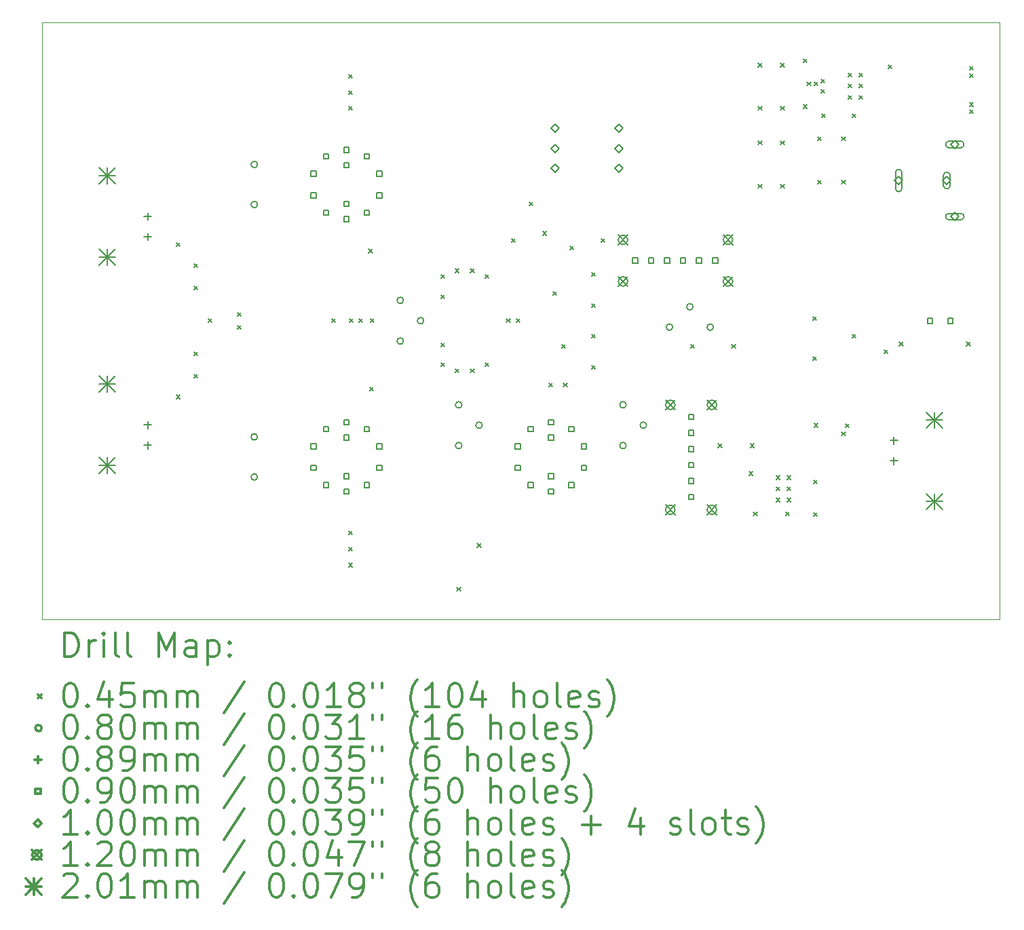
<source format=gbr>
%FSLAX45Y45*%
G04 Gerber Fmt 4.5, Leading zero omitted, Abs format (unit mm)*
G04 Created by KiCad (PCBNEW (5.1.9)-1) date 2021-04-24 16:46:25*
%MOMM*%
%LPD*%
G01*
G04 APERTURE LIST*
%TA.AperFunction,Profile*%
%ADD10C,0.050000*%
%TD*%
%ADD11C,0.200000*%
%ADD12C,0.300000*%
G04 APERTURE END LIST*
D10*
X20950000Y-13725000D02*
X9000000Y-13725000D01*
X20950000Y-6275000D02*
X20950000Y-13725000D01*
X9000000Y-6275000D02*
X20950000Y-6275000D01*
X9000000Y-13725000D02*
X9000000Y-6275000D01*
D11*
X10677500Y-9027500D02*
X10722500Y-9072500D01*
X10722500Y-9027500D02*
X10677500Y-9072500D01*
X10677500Y-10927500D02*
X10722500Y-10972500D01*
X10722500Y-10927500D02*
X10677500Y-10972500D01*
X10897500Y-9287500D02*
X10942500Y-9332500D01*
X10942500Y-9287500D02*
X10897500Y-9332500D01*
X10897500Y-9567500D02*
X10942500Y-9612500D01*
X10942500Y-9567500D02*
X10897500Y-9612500D01*
X10897500Y-10387500D02*
X10942500Y-10432500D01*
X10942500Y-10387500D02*
X10897500Y-10432500D01*
X10897500Y-10667500D02*
X10942500Y-10712500D01*
X10942500Y-10667500D02*
X10897500Y-10712500D01*
X11077500Y-9977500D02*
X11122500Y-10022500D01*
X11122500Y-9977500D02*
X11077500Y-10022500D01*
X11437500Y-9897500D02*
X11482500Y-9942500D01*
X11482500Y-9897500D02*
X11437500Y-9942500D01*
X11437500Y-10057500D02*
X11482500Y-10102500D01*
X11482500Y-10057500D02*
X11437500Y-10102500D01*
X12617500Y-9977500D02*
X12662500Y-10022500D01*
X12662500Y-9977500D02*
X12617500Y-10022500D01*
X12617500Y-9977500D02*
X12662500Y-10022500D01*
X12662500Y-9977500D02*
X12617500Y-10022500D01*
X12827500Y-6927500D02*
X12872500Y-6972500D01*
X12872500Y-6927500D02*
X12827500Y-6972500D01*
X12827500Y-7127500D02*
X12872500Y-7172500D01*
X12872500Y-7127500D02*
X12827500Y-7172500D01*
X12827500Y-7327500D02*
X12872500Y-7372500D01*
X12872500Y-7327500D02*
X12827500Y-7372500D01*
X12827500Y-12627500D02*
X12872500Y-12672500D01*
X12872500Y-12627500D02*
X12827500Y-12672500D01*
X12827500Y-12827500D02*
X12872500Y-12872500D01*
X12872500Y-12827500D02*
X12827500Y-12872500D01*
X12827500Y-13027500D02*
X12872500Y-13072500D01*
X12872500Y-13027500D02*
X12827500Y-13072500D01*
X12837500Y-9977500D02*
X12882500Y-10022500D01*
X12882500Y-9977500D02*
X12837500Y-10022500D01*
X12957500Y-9977500D02*
X13002500Y-10022500D01*
X13002500Y-9977500D02*
X12957500Y-10022500D01*
X13077500Y-9107500D02*
X13122500Y-9152500D01*
X13122500Y-9107500D02*
X13077500Y-9152500D01*
X13087500Y-10827500D02*
X13132500Y-10872500D01*
X13132500Y-10827500D02*
X13087500Y-10872500D01*
X13097500Y-9977500D02*
X13142500Y-10022500D01*
X13142500Y-9977500D02*
X13097500Y-10022500D01*
X13977500Y-9427500D02*
X14022500Y-9472500D01*
X14022500Y-9427500D02*
X13977500Y-9472500D01*
X13977500Y-10277500D02*
X14022500Y-10322500D01*
X14022500Y-10277500D02*
X13977500Y-10322500D01*
X13977500Y-10527500D02*
X14022500Y-10572500D01*
X14022500Y-10527500D02*
X13977500Y-10572500D01*
X13977501Y-9677500D02*
X14022501Y-9722500D01*
X14022501Y-9677500D02*
X13977501Y-9722500D01*
X14157500Y-9352502D02*
X14202500Y-9397502D01*
X14202500Y-9352502D02*
X14157500Y-9397502D01*
X14157500Y-10602500D02*
X14202500Y-10647500D01*
X14202500Y-10602500D02*
X14157500Y-10647500D01*
X14177500Y-13327500D02*
X14222500Y-13372500D01*
X14222500Y-13327500D02*
X14177500Y-13372500D01*
X14347500Y-9352497D02*
X14392500Y-9397497D01*
X14392500Y-9352497D02*
X14347500Y-9397497D01*
X14347500Y-10602500D02*
X14392500Y-10647500D01*
X14392500Y-10602500D02*
X14347500Y-10647500D01*
X14432501Y-12782501D02*
X14477501Y-12827501D01*
X14477501Y-12782501D02*
X14432501Y-12827501D01*
X14527500Y-9427500D02*
X14572500Y-9472500D01*
X14572500Y-9427500D02*
X14527500Y-9472500D01*
X14527500Y-10527500D02*
X14572500Y-10572500D01*
X14572500Y-10527500D02*
X14527500Y-10572500D01*
X14797500Y-9977500D02*
X14842500Y-10022500D01*
X14842500Y-9977500D02*
X14797500Y-10022500D01*
X14857500Y-8977500D02*
X14902500Y-9022500D01*
X14902500Y-8977500D02*
X14857500Y-9022500D01*
X14917500Y-9977500D02*
X14962500Y-10022500D01*
X14962500Y-9977500D02*
X14917500Y-10022500D01*
X15077500Y-8517500D02*
X15122500Y-8562500D01*
X15122500Y-8517500D02*
X15077500Y-8562500D01*
X15247500Y-8887500D02*
X15292500Y-8932500D01*
X15292500Y-8887500D02*
X15247500Y-8932500D01*
X15327500Y-10777500D02*
X15372500Y-10822500D01*
X15372500Y-10777500D02*
X15327500Y-10822500D01*
X15377500Y-9637500D02*
X15422500Y-9682500D01*
X15422500Y-9637500D02*
X15377500Y-9682500D01*
X15487500Y-10297500D02*
X15532500Y-10342500D01*
X15532500Y-10297500D02*
X15487500Y-10342500D01*
X15507500Y-10777500D02*
X15552500Y-10822500D01*
X15552500Y-10777500D02*
X15507500Y-10822500D01*
X15587500Y-9067500D02*
X15632500Y-9112500D01*
X15632500Y-9067500D02*
X15587500Y-9112500D01*
X15857500Y-9397500D02*
X15902500Y-9442500D01*
X15902500Y-9397500D02*
X15857500Y-9442500D01*
X15857500Y-9787000D02*
X15902500Y-9832000D01*
X15902500Y-9787000D02*
X15857500Y-9832000D01*
X15857500Y-10168000D02*
X15902500Y-10213000D01*
X15902500Y-10168000D02*
X15857500Y-10213000D01*
X15857500Y-10557500D02*
X15902500Y-10602500D01*
X15902500Y-10557500D02*
X15857500Y-10602500D01*
X15977500Y-8977500D02*
X16022500Y-9022500D01*
X16022500Y-8977500D02*
X15977500Y-9022500D01*
X17097500Y-10297500D02*
X17142500Y-10342500D01*
X17142500Y-10297500D02*
X17097500Y-10342500D01*
X17437500Y-11537500D02*
X17482500Y-11582500D01*
X17482500Y-11537500D02*
X17437500Y-11582500D01*
X17607500Y-10297500D02*
X17652500Y-10342500D01*
X17652500Y-10297500D02*
X17607500Y-10342500D01*
X17821499Y-11883501D02*
X17866499Y-11928501D01*
X17866499Y-11883501D02*
X17821499Y-11928501D01*
X17837500Y-11537500D02*
X17882500Y-11582500D01*
X17882500Y-11537500D02*
X17837500Y-11582500D01*
X17877500Y-12387500D02*
X17922500Y-12432500D01*
X17922500Y-12387500D02*
X17877500Y-12432500D01*
X17937500Y-6787500D02*
X17982500Y-6832500D01*
X17982500Y-6787500D02*
X17937500Y-6832500D01*
X17937500Y-7327500D02*
X17982500Y-7372500D01*
X17982500Y-7327500D02*
X17937500Y-7372500D01*
X17937500Y-7757500D02*
X17982500Y-7802500D01*
X17982500Y-7757500D02*
X17937500Y-7802500D01*
X17937500Y-8297500D02*
X17982500Y-8342500D01*
X17982500Y-8297500D02*
X17937500Y-8342500D01*
X18160000Y-11934000D02*
X18205000Y-11979000D01*
X18205000Y-11934000D02*
X18160000Y-11979000D01*
X18160000Y-12074000D02*
X18205000Y-12119000D01*
X18205000Y-12074000D02*
X18160000Y-12119000D01*
X18160000Y-12214000D02*
X18205000Y-12259000D01*
X18205000Y-12214000D02*
X18160000Y-12259000D01*
X18217500Y-6787500D02*
X18262500Y-6832500D01*
X18262500Y-6787500D02*
X18217500Y-6832500D01*
X18217500Y-7327500D02*
X18262500Y-7372500D01*
X18262500Y-7327500D02*
X18217500Y-7372500D01*
X18217500Y-7757500D02*
X18262500Y-7802500D01*
X18262500Y-7757500D02*
X18217500Y-7802500D01*
X18217500Y-8297500D02*
X18262500Y-8342500D01*
X18262500Y-8297500D02*
X18217500Y-8342500D01*
X18277500Y-12387500D02*
X18322500Y-12432500D01*
X18322500Y-12387500D02*
X18277500Y-12432500D01*
X18300000Y-11934000D02*
X18345000Y-11979000D01*
X18345000Y-11934000D02*
X18300000Y-11979000D01*
X18300000Y-12074000D02*
X18345000Y-12119000D01*
X18345000Y-12074000D02*
X18300000Y-12119000D01*
X18300000Y-12214000D02*
X18345000Y-12259000D01*
X18345000Y-12214000D02*
X18300000Y-12259000D01*
X18499998Y-7305000D02*
X18544998Y-7350000D01*
X18544998Y-7305000D02*
X18499998Y-7350000D01*
X18499999Y-6729999D02*
X18544999Y-6774999D01*
X18544999Y-6729999D02*
X18499999Y-6774999D01*
X18547500Y-7017500D02*
X18592500Y-7062500D01*
X18592500Y-7017500D02*
X18547500Y-7062500D01*
X18617500Y-9947500D02*
X18662500Y-9992500D01*
X18662500Y-9947500D02*
X18617500Y-9992500D01*
X18617500Y-10447500D02*
X18662500Y-10492500D01*
X18662500Y-10447500D02*
X18617500Y-10492500D01*
X18627500Y-11987500D02*
X18672500Y-12032500D01*
X18672500Y-11987500D02*
X18627500Y-12032500D01*
X18627500Y-12397500D02*
X18672500Y-12442500D01*
X18672500Y-12397500D02*
X18627500Y-12442500D01*
X18633500Y-11283500D02*
X18678500Y-11328500D01*
X18678500Y-11283500D02*
X18633500Y-11328500D01*
X18637500Y-7017500D02*
X18682500Y-7062500D01*
X18682500Y-7017500D02*
X18637500Y-7062500D01*
X18677500Y-7707500D02*
X18722500Y-7752500D01*
X18722500Y-7707500D02*
X18677500Y-7752500D01*
X18677500Y-8247500D02*
X18722500Y-8292500D01*
X18722500Y-8247500D02*
X18677500Y-8292500D01*
X18721001Y-6983999D02*
X18766001Y-7028999D01*
X18766001Y-6983999D02*
X18721001Y-7028999D01*
X18721003Y-7111003D02*
X18766003Y-7156003D01*
X18766003Y-7111003D02*
X18721003Y-7156003D01*
X18727500Y-7417500D02*
X18772500Y-7462500D01*
X18772500Y-7417500D02*
X18727500Y-7462500D01*
X18977500Y-7707500D02*
X19022500Y-7752500D01*
X19022500Y-7707500D02*
X18977500Y-7752500D01*
X18977500Y-8247500D02*
X19022500Y-8292500D01*
X19022500Y-8247500D02*
X18977500Y-8292500D01*
X18977500Y-11387500D02*
X19022500Y-11432500D01*
X19022500Y-11387500D02*
X18977500Y-11432500D01*
X19027500Y-11287500D02*
X19072500Y-11332500D01*
X19072500Y-11287500D02*
X19027500Y-11332500D01*
X19057500Y-6907500D02*
X19102500Y-6952500D01*
X19102500Y-6907500D02*
X19057500Y-6952500D01*
X19057500Y-7047500D02*
X19102500Y-7092500D01*
X19102500Y-7047500D02*
X19057500Y-7092500D01*
X19057500Y-7187500D02*
X19102500Y-7232500D01*
X19102500Y-7187500D02*
X19057500Y-7232500D01*
X19107500Y-7417500D02*
X19152500Y-7462500D01*
X19152500Y-7417500D02*
X19107500Y-7462500D01*
X19107500Y-10167500D02*
X19152500Y-10212500D01*
X19152500Y-10167500D02*
X19107500Y-10212500D01*
X19197500Y-6907500D02*
X19242500Y-6952500D01*
X19242500Y-6907500D02*
X19197500Y-6952500D01*
X19197500Y-7047500D02*
X19242500Y-7092500D01*
X19242500Y-7047500D02*
X19197500Y-7092500D01*
X19197500Y-7187500D02*
X19242500Y-7232500D01*
X19242500Y-7187500D02*
X19197500Y-7232500D01*
X19507500Y-10367500D02*
X19552500Y-10412500D01*
X19552500Y-10367500D02*
X19507500Y-10412500D01*
X19557500Y-6807500D02*
X19602500Y-6852500D01*
X19602500Y-6807500D02*
X19557500Y-6852500D01*
X19697500Y-10267500D02*
X19742500Y-10312500D01*
X19742500Y-10267500D02*
X19697500Y-10312500D01*
X20537500Y-10267500D02*
X20582500Y-10312500D01*
X20582500Y-10267500D02*
X20537500Y-10312500D01*
X20577500Y-6827500D02*
X20622500Y-6872500D01*
X20622500Y-6827500D02*
X20577500Y-6872500D01*
X20577500Y-6917500D02*
X20622500Y-6962500D01*
X20622500Y-6917500D02*
X20577500Y-6962500D01*
X20577500Y-7277500D02*
X20622500Y-7322500D01*
X20622500Y-7277500D02*
X20577500Y-7322500D01*
X20577500Y-7367500D02*
X20622500Y-7412500D01*
X20622500Y-7367500D02*
X20577500Y-7412500D01*
X11690000Y-8050000D02*
G75*
G03*
X11690000Y-8050000I-40000J0D01*
G01*
X11690000Y-8550000D02*
G75*
G03*
X11690000Y-8550000I-40000J0D01*
G01*
X11690000Y-11450000D02*
G75*
G03*
X11690000Y-11450000I-40000J0D01*
G01*
X11690000Y-11950000D02*
G75*
G03*
X11690000Y-11950000I-40000J0D01*
G01*
X13511000Y-9746000D02*
G75*
G03*
X13511000Y-9746000I-40000J0D01*
G01*
X13511000Y-10254000D02*
G75*
G03*
X13511000Y-10254000I-40000J0D01*
G01*
X13765000Y-10000000D02*
G75*
G03*
X13765000Y-10000000I-40000J0D01*
G01*
X14240000Y-11050000D02*
G75*
G03*
X14240000Y-11050000I-40000J0D01*
G01*
X14240000Y-11558000D02*
G75*
G03*
X14240000Y-11558000I-40000J0D01*
G01*
X14494000Y-11304000D02*
G75*
G03*
X14494000Y-11304000I-40000J0D01*
G01*
X16290000Y-11050000D02*
G75*
G03*
X16290000Y-11050000I-40000J0D01*
G01*
X16290000Y-11558000D02*
G75*
G03*
X16290000Y-11558000I-40000J0D01*
G01*
X16544000Y-11304000D02*
G75*
G03*
X16544000Y-11304000I-40000J0D01*
G01*
X16870000Y-10080000D02*
G75*
G03*
X16870000Y-10080000I-40000J0D01*
G01*
X17124000Y-9826000D02*
G75*
G03*
X17124000Y-9826000I-40000J0D01*
G01*
X17378000Y-10080000D02*
G75*
G03*
X17378000Y-10080000I-40000J0D01*
G01*
X10320000Y-8655500D02*
X10320000Y-8744500D01*
X10275500Y-8700000D02*
X10364500Y-8700000D01*
X10320000Y-8909500D02*
X10320000Y-8998500D01*
X10275500Y-8954000D02*
X10364500Y-8954000D01*
X10320000Y-11255500D02*
X10320000Y-11344500D01*
X10275500Y-11300000D02*
X10364500Y-11300000D01*
X10320000Y-11509500D02*
X10320000Y-11598500D01*
X10275500Y-11554000D02*
X10364500Y-11554000D01*
X19630000Y-11451500D02*
X19630000Y-11540500D01*
X19585500Y-11496000D02*
X19674500Y-11496000D01*
X19630000Y-11705500D02*
X19630000Y-11794500D01*
X19585500Y-11750000D02*
X19674500Y-11750000D01*
X12420964Y-8198325D02*
X12420964Y-8134685D01*
X12357323Y-8134685D01*
X12357323Y-8198325D01*
X12420964Y-8198325D01*
X12420964Y-8465315D02*
X12420964Y-8401675D01*
X12357323Y-8401675D01*
X12357323Y-8465315D01*
X12420964Y-8465315D01*
X12420964Y-11598325D02*
X12420964Y-11534685D01*
X12357323Y-11534685D01*
X12357323Y-11598325D01*
X12420964Y-11598325D01*
X12420964Y-11865315D02*
X12420964Y-11801675D01*
X12357323Y-11801675D01*
X12357323Y-11865315D01*
X12420964Y-11865315D01*
X12577897Y-7982325D02*
X12577897Y-7918685D01*
X12514257Y-7918685D01*
X12514257Y-7982325D01*
X12577897Y-7982325D01*
X12577897Y-8681315D02*
X12577897Y-8617675D01*
X12514257Y-8617675D01*
X12514257Y-8681315D01*
X12577897Y-8681315D01*
X12577897Y-11382325D02*
X12577897Y-11318685D01*
X12514257Y-11318685D01*
X12514257Y-11382325D01*
X12577897Y-11382325D01*
X12577897Y-12081315D02*
X12577897Y-12017675D01*
X12514257Y-12017675D01*
X12514257Y-12081315D01*
X12577897Y-12081315D01*
X12831820Y-7899820D02*
X12831820Y-7836180D01*
X12768180Y-7836180D01*
X12768180Y-7899820D01*
X12831820Y-7899820D01*
X12831820Y-8090320D02*
X12831820Y-8026680D01*
X12768180Y-8026680D01*
X12768180Y-8090320D01*
X12831820Y-8090320D01*
X12831820Y-8573320D02*
X12831820Y-8509680D01*
X12768180Y-8509680D01*
X12768180Y-8573320D01*
X12831820Y-8573320D01*
X12831820Y-8763820D02*
X12831820Y-8700180D01*
X12768180Y-8700180D01*
X12768180Y-8763820D01*
X12831820Y-8763820D01*
X12831820Y-11299820D02*
X12831820Y-11236180D01*
X12768180Y-11236180D01*
X12768180Y-11299820D01*
X12831820Y-11299820D01*
X12831820Y-11490320D02*
X12831820Y-11426680D01*
X12768180Y-11426680D01*
X12768180Y-11490320D01*
X12831820Y-11490320D01*
X12831820Y-11973320D02*
X12831820Y-11909680D01*
X12768180Y-11909680D01*
X12768180Y-11973320D01*
X12831820Y-11973320D01*
X12831820Y-12163820D02*
X12831820Y-12100180D01*
X12768180Y-12100180D01*
X12768180Y-12163820D01*
X12831820Y-12163820D01*
X13085743Y-7982325D02*
X13085743Y-7918685D01*
X13022103Y-7918685D01*
X13022103Y-7982325D01*
X13085743Y-7982325D01*
X13085743Y-8681315D02*
X13085743Y-8617675D01*
X13022103Y-8617675D01*
X13022103Y-8681315D01*
X13085743Y-8681315D01*
X13085743Y-11382325D02*
X13085743Y-11318685D01*
X13022103Y-11318685D01*
X13022103Y-11382325D01*
X13085743Y-11382325D01*
X13085743Y-12081315D02*
X13085743Y-12017675D01*
X13022103Y-12017675D01*
X13022103Y-12081315D01*
X13085743Y-12081315D01*
X13242676Y-8198325D02*
X13242676Y-8134685D01*
X13179036Y-8134685D01*
X13179036Y-8198325D01*
X13242676Y-8198325D01*
X13242676Y-8465315D02*
X13242676Y-8401675D01*
X13179036Y-8401675D01*
X13179036Y-8465315D01*
X13242676Y-8465315D01*
X13242676Y-11598325D02*
X13242676Y-11534685D01*
X13179036Y-11534685D01*
X13179036Y-11598325D01*
X13242676Y-11598325D01*
X13242676Y-11865315D02*
X13242676Y-11801675D01*
X13179036Y-11801675D01*
X13179036Y-11865315D01*
X13242676Y-11865315D01*
X14970964Y-11598325D02*
X14970964Y-11534685D01*
X14907323Y-11534685D01*
X14907323Y-11598325D01*
X14970964Y-11598325D01*
X14970964Y-11865315D02*
X14970964Y-11801675D01*
X14907323Y-11801675D01*
X14907323Y-11865315D01*
X14970964Y-11865315D01*
X15127897Y-11382325D02*
X15127897Y-11318685D01*
X15064257Y-11318685D01*
X15064257Y-11382325D01*
X15127897Y-11382325D01*
X15127897Y-12081315D02*
X15127897Y-12017675D01*
X15064257Y-12017675D01*
X15064257Y-12081315D01*
X15127897Y-12081315D01*
X15381820Y-11299820D02*
X15381820Y-11236180D01*
X15318180Y-11236180D01*
X15318180Y-11299820D01*
X15381820Y-11299820D01*
X15381820Y-11490320D02*
X15381820Y-11426680D01*
X15318180Y-11426680D01*
X15318180Y-11490320D01*
X15381820Y-11490320D01*
X15381820Y-11973320D02*
X15381820Y-11909680D01*
X15318180Y-11909680D01*
X15318180Y-11973320D01*
X15381820Y-11973320D01*
X15381820Y-12163820D02*
X15381820Y-12100180D01*
X15318180Y-12100180D01*
X15318180Y-12163820D01*
X15381820Y-12163820D01*
X15635743Y-11382325D02*
X15635743Y-11318685D01*
X15572103Y-11318685D01*
X15572103Y-11382325D01*
X15635743Y-11382325D01*
X15635743Y-12081315D02*
X15635743Y-12017675D01*
X15572103Y-12017675D01*
X15572103Y-12081315D01*
X15635743Y-12081315D01*
X15792676Y-11598325D02*
X15792676Y-11534685D01*
X15729036Y-11534685D01*
X15729036Y-11598325D01*
X15792676Y-11598325D01*
X15792676Y-11865315D02*
X15792676Y-11801675D01*
X15729036Y-11801675D01*
X15729036Y-11865315D01*
X15792676Y-11865315D01*
X16431820Y-9281820D02*
X16431820Y-9218180D01*
X16368180Y-9218180D01*
X16368180Y-9281820D01*
X16431820Y-9281820D01*
X16631820Y-9281820D02*
X16631820Y-9218180D01*
X16568180Y-9218180D01*
X16568180Y-9281820D01*
X16631820Y-9281820D01*
X16831820Y-9281820D02*
X16831820Y-9218180D01*
X16768180Y-9218180D01*
X16768180Y-9281820D01*
X16831820Y-9281820D01*
X17031820Y-9281820D02*
X17031820Y-9218180D01*
X16968180Y-9218180D01*
X16968180Y-9281820D01*
X17031820Y-9281820D01*
X17131820Y-11231820D02*
X17131820Y-11168180D01*
X17068180Y-11168180D01*
X17068180Y-11231820D01*
X17131820Y-11231820D01*
X17131820Y-11431820D02*
X17131820Y-11368180D01*
X17068180Y-11368180D01*
X17068180Y-11431820D01*
X17131820Y-11431820D01*
X17131820Y-11631820D02*
X17131820Y-11568180D01*
X17068180Y-11568180D01*
X17068180Y-11631820D01*
X17131820Y-11631820D01*
X17131820Y-11831820D02*
X17131820Y-11768180D01*
X17068180Y-11768180D01*
X17068180Y-11831820D01*
X17131820Y-11831820D01*
X17131820Y-12031820D02*
X17131820Y-11968180D01*
X17068180Y-11968180D01*
X17068180Y-12031820D01*
X17131820Y-12031820D01*
X17131820Y-12231820D02*
X17131820Y-12168180D01*
X17068180Y-12168180D01*
X17068180Y-12231820D01*
X17131820Y-12231820D01*
X17231820Y-9281820D02*
X17231820Y-9218180D01*
X17168180Y-9218180D01*
X17168180Y-9281820D01*
X17231820Y-9281820D01*
X17431820Y-9281820D02*
X17431820Y-9218180D01*
X17368180Y-9218180D01*
X17368180Y-9281820D01*
X17431820Y-9281820D01*
X20111820Y-10031820D02*
X20111820Y-9968180D01*
X20048180Y-9968180D01*
X20048180Y-10031820D01*
X20111820Y-10031820D01*
X20365820Y-10031820D02*
X20365820Y-9968180D01*
X20302180Y-9968180D01*
X20302180Y-10031820D01*
X20365820Y-10031820D01*
X15400000Y-7650000D02*
X15450000Y-7600000D01*
X15400000Y-7550000D01*
X15350000Y-7600000D01*
X15400000Y-7650000D01*
X15400000Y-7900000D02*
X15450000Y-7850000D01*
X15400000Y-7800000D01*
X15350000Y-7850000D01*
X15400000Y-7900000D01*
X15400000Y-8150000D02*
X15450000Y-8100000D01*
X15400000Y-8050000D01*
X15350000Y-8100000D01*
X15400000Y-8150000D01*
X16200000Y-7650000D02*
X16250000Y-7600000D01*
X16200000Y-7550000D01*
X16150000Y-7600000D01*
X16200000Y-7650000D01*
X16200000Y-7900000D02*
X16250000Y-7850000D01*
X16200000Y-7800000D01*
X16150000Y-7850000D01*
X16200000Y-7900000D01*
X16200000Y-8150000D02*
X16250000Y-8100000D01*
X16200000Y-8050000D01*
X16150000Y-8100000D01*
X16200000Y-8150000D01*
X19690000Y-8300000D02*
X19740000Y-8250000D01*
X19690000Y-8200000D01*
X19640000Y-8250000D01*
X19690000Y-8300000D01*
X19730000Y-8350000D02*
X19730000Y-8150000D01*
X19650000Y-8350000D02*
X19650000Y-8150000D01*
X19730000Y-8150000D02*
G75*
G03*
X19650000Y-8150000I-40000J0D01*
G01*
X19650000Y-8350000D02*
G75*
G03*
X19730000Y-8350000I40000J0D01*
G01*
X20290000Y-8300000D02*
X20340000Y-8250000D01*
X20290000Y-8200000D01*
X20240000Y-8250000D01*
X20290000Y-8300000D01*
X20330000Y-8315000D02*
X20330000Y-8185000D01*
X20250000Y-8315000D02*
X20250000Y-8185000D01*
X20330000Y-8185000D02*
G75*
G03*
X20250000Y-8185000I-40000J0D01*
G01*
X20250000Y-8315000D02*
G75*
G03*
X20330000Y-8315000I40000J0D01*
G01*
X20390000Y-7850000D02*
X20440000Y-7800000D01*
X20390000Y-7750000D01*
X20340000Y-7800000D01*
X20390000Y-7850000D01*
X20315000Y-7840000D02*
X20465000Y-7840000D01*
X20315000Y-7760000D02*
X20465000Y-7760000D01*
X20465000Y-7840000D02*
G75*
G03*
X20465000Y-7760000I0J40000D01*
G01*
X20315000Y-7760000D02*
G75*
G03*
X20315000Y-7840000I0J-40000D01*
G01*
X20390000Y-8750000D02*
X20440000Y-8700000D01*
X20390000Y-8650000D01*
X20340000Y-8700000D01*
X20390000Y-8750000D01*
X20315000Y-8740000D02*
X20465000Y-8740000D01*
X20315000Y-8660000D02*
X20465000Y-8660000D01*
X20465000Y-8740000D02*
G75*
G03*
X20465000Y-8660000I0J40000D01*
G01*
X20315000Y-8660000D02*
G75*
G03*
X20315000Y-8740000I0J-40000D01*
G01*
X16190000Y-8930000D02*
X16310000Y-9050000D01*
X16310000Y-8930000D02*
X16190000Y-9050000D01*
X16310000Y-8990000D02*
G75*
G03*
X16310000Y-8990000I-60000J0D01*
G01*
X16190000Y-9450000D02*
X16310000Y-9570000D01*
X16310000Y-9450000D02*
X16190000Y-9570000D01*
X16310000Y-9510000D02*
G75*
G03*
X16310000Y-9510000I-60000J0D01*
G01*
X16780000Y-10990000D02*
X16900000Y-11110000D01*
X16900000Y-10990000D02*
X16780000Y-11110000D01*
X16900000Y-11050000D02*
G75*
G03*
X16900000Y-11050000I-60000J0D01*
G01*
X16780000Y-12300000D02*
X16900000Y-12420000D01*
X16900000Y-12300000D02*
X16780000Y-12420000D01*
X16900000Y-12360000D02*
G75*
G03*
X16900000Y-12360000I-60000J0D01*
G01*
X17300000Y-10990000D02*
X17420000Y-11110000D01*
X17420000Y-10990000D02*
X17300000Y-11110000D01*
X17420000Y-11050000D02*
G75*
G03*
X17420000Y-11050000I-60000J0D01*
G01*
X17300000Y-12300000D02*
X17420000Y-12420000D01*
X17420000Y-12300000D02*
X17300000Y-12420000D01*
X17420000Y-12360000D02*
G75*
G03*
X17420000Y-12360000I-60000J0D01*
G01*
X17500000Y-8930000D02*
X17620000Y-9050000D01*
X17620000Y-8930000D02*
X17500000Y-9050000D01*
X17620000Y-8990000D02*
G75*
G03*
X17620000Y-8990000I-60000J0D01*
G01*
X17500000Y-9450000D02*
X17620000Y-9570000D01*
X17620000Y-9450000D02*
X17500000Y-9570000D01*
X17620000Y-9510000D02*
G75*
G03*
X17620000Y-9510000I-60000J0D01*
G01*
X9711500Y-8091500D02*
X9912500Y-8292500D01*
X9912500Y-8091500D02*
X9711500Y-8292500D01*
X9812000Y-8091500D02*
X9812000Y-8292500D01*
X9711500Y-8192000D02*
X9912500Y-8192000D01*
X9711500Y-9107500D02*
X9912500Y-9308500D01*
X9912500Y-9107500D02*
X9711500Y-9308500D01*
X9812000Y-9107500D02*
X9812000Y-9308500D01*
X9711500Y-9208000D02*
X9912500Y-9208000D01*
X9711500Y-10691500D02*
X9912500Y-10892500D01*
X9912500Y-10691500D02*
X9711500Y-10892500D01*
X9812000Y-10691500D02*
X9812000Y-10892500D01*
X9711500Y-10792000D02*
X9912500Y-10792000D01*
X9711500Y-11707500D02*
X9912500Y-11908500D01*
X9912500Y-11707500D02*
X9711500Y-11908500D01*
X9812000Y-11707500D02*
X9812000Y-11908500D01*
X9711500Y-11808000D02*
X9912500Y-11808000D01*
X20037500Y-11141500D02*
X20238500Y-11342500D01*
X20238500Y-11141500D02*
X20037500Y-11342500D01*
X20138000Y-11141500D02*
X20138000Y-11342500D01*
X20037500Y-11242000D02*
X20238500Y-11242000D01*
X20037500Y-12157500D02*
X20238500Y-12358500D01*
X20238500Y-12157500D02*
X20037500Y-12358500D01*
X20138000Y-12157500D02*
X20138000Y-12358500D01*
X20037500Y-12258000D02*
X20238500Y-12258000D01*
D12*
X9283928Y-14193214D02*
X9283928Y-13893214D01*
X9355357Y-13893214D01*
X9398214Y-13907500D01*
X9426786Y-13936071D01*
X9441071Y-13964643D01*
X9455357Y-14021786D01*
X9455357Y-14064643D01*
X9441071Y-14121786D01*
X9426786Y-14150357D01*
X9398214Y-14178929D01*
X9355357Y-14193214D01*
X9283928Y-14193214D01*
X9583928Y-14193214D02*
X9583928Y-13993214D01*
X9583928Y-14050357D02*
X9598214Y-14021786D01*
X9612500Y-14007500D01*
X9641071Y-13993214D01*
X9669643Y-13993214D01*
X9769643Y-14193214D02*
X9769643Y-13993214D01*
X9769643Y-13893214D02*
X9755357Y-13907500D01*
X9769643Y-13921786D01*
X9783928Y-13907500D01*
X9769643Y-13893214D01*
X9769643Y-13921786D01*
X9955357Y-14193214D02*
X9926786Y-14178929D01*
X9912500Y-14150357D01*
X9912500Y-13893214D01*
X10112500Y-14193214D02*
X10083928Y-14178929D01*
X10069643Y-14150357D01*
X10069643Y-13893214D01*
X10455357Y-14193214D02*
X10455357Y-13893214D01*
X10555357Y-14107500D01*
X10655357Y-13893214D01*
X10655357Y-14193214D01*
X10926786Y-14193214D02*
X10926786Y-14036071D01*
X10912500Y-14007500D01*
X10883928Y-13993214D01*
X10826786Y-13993214D01*
X10798214Y-14007500D01*
X10926786Y-14178929D02*
X10898214Y-14193214D01*
X10826786Y-14193214D01*
X10798214Y-14178929D01*
X10783928Y-14150357D01*
X10783928Y-14121786D01*
X10798214Y-14093214D01*
X10826786Y-14078929D01*
X10898214Y-14078929D01*
X10926786Y-14064643D01*
X11069643Y-13993214D02*
X11069643Y-14293214D01*
X11069643Y-14007500D02*
X11098214Y-13993214D01*
X11155357Y-13993214D01*
X11183928Y-14007500D01*
X11198214Y-14021786D01*
X11212500Y-14050357D01*
X11212500Y-14136071D01*
X11198214Y-14164643D01*
X11183928Y-14178929D01*
X11155357Y-14193214D01*
X11098214Y-14193214D01*
X11069643Y-14178929D01*
X11341071Y-14164643D02*
X11355357Y-14178929D01*
X11341071Y-14193214D01*
X11326786Y-14178929D01*
X11341071Y-14164643D01*
X11341071Y-14193214D01*
X11341071Y-14007500D02*
X11355357Y-14021786D01*
X11341071Y-14036071D01*
X11326786Y-14021786D01*
X11341071Y-14007500D01*
X11341071Y-14036071D01*
X8952500Y-14665000D02*
X8997500Y-14710000D01*
X8997500Y-14665000D02*
X8952500Y-14710000D01*
X9341071Y-14523214D02*
X9369643Y-14523214D01*
X9398214Y-14537500D01*
X9412500Y-14551786D01*
X9426786Y-14580357D01*
X9441071Y-14637500D01*
X9441071Y-14708929D01*
X9426786Y-14766071D01*
X9412500Y-14794643D01*
X9398214Y-14808929D01*
X9369643Y-14823214D01*
X9341071Y-14823214D01*
X9312500Y-14808929D01*
X9298214Y-14794643D01*
X9283928Y-14766071D01*
X9269643Y-14708929D01*
X9269643Y-14637500D01*
X9283928Y-14580357D01*
X9298214Y-14551786D01*
X9312500Y-14537500D01*
X9341071Y-14523214D01*
X9569643Y-14794643D02*
X9583928Y-14808929D01*
X9569643Y-14823214D01*
X9555357Y-14808929D01*
X9569643Y-14794643D01*
X9569643Y-14823214D01*
X9841071Y-14623214D02*
X9841071Y-14823214D01*
X9769643Y-14508929D02*
X9698214Y-14723214D01*
X9883928Y-14723214D01*
X10141071Y-14523214D02*
X9998214Y-14523214D01*
X9983928Y-14666071D01*
X9998214Y-14651786D01*
X10026786Y-14637500D01*
X10098214Y-14637500D01*
X10126786Y-14651786D01*
X10141071Y-14666071D01*
X10155357Y-14694643D01*
X10155357Y-14766071D01*
X10141071Y-14794643D01*
X10126786Y-14808929D01*
X10098214Y-14823214D01*
X10026786Y-14823214D01*
X9998214Y-14808929D01*
X9983928Y-14794643D01*
X10283928Y-14823214D02*
X10283928Y-14623214D01*
X10283928Y-14651786D02*
X10298214Y-14637500D01*
X10326786Y-14623214D01*
X10369643Y-14623214D01*
X10398214Y-14637500D01*
X10412500Y-14666071D01*
X10412500Y-14823214D01*
X10412500Y-14666071D02*
X10426786Y-14637500D01*
X10455357Y-14623214D01*
X10498214Y-14623214D01*
X10526786Y-14637500D01*
X10541071Y-14666071D01*
X10541071Y-14823214D01*
X10683928Y-14823214D02*
X10683928Y-14623214D01*
X10683928Y-14651786D02*
X10698214Y-14637500D01*
X10726786Y-14623214D01*
X10769643Y-14623214D01*
X10798214Y-14637500D01*
X10812500Y-14666071D01*
X10812500Y-14823214D01*
X10812500Y-14666071D02*
X10826786Y-14637500D01*
X10855357Y-14623214D01*
X10898214Y-14623214D01*
X10926786Y-14637500D01*
X10941071Y-14666071D01*
X10941071Y-14823214D01*
X11526786Y-14508929D02*
X11269643Y-14894643D01*
X11912500Y-14523214D02*
X11941071Y-14523214D01*
X11969643Y-14537500D01*
X11983928Y-14551786D01*
X11998214Y-14580357D01*
X12012500Y-14637500D01*
X12012500Y-14708929D01*
X11998214Y-14766071D01*
X11983928Y-14794643D01*
X11969643Y-14808929D01*
X11941071Y-14823214D01*
X11912500Y-14823214D01*
X11883928Y-14808929D01*
X11869643Y-14794643D01*
X11855357Y-14766071D01*
X11841071Y-14708929D01*
X11841071Y-14637500D01*
X11855357Y-14580357D01*
X11869643Y-14551786D01*
X11883928Y-14537500D01*
X11912500Y-14523214D01*
X12141071Y-14794643D02*
X12155357Y-14808929D01*
X12141071Y-14823214D01*
X12126786Y-14808929D01*
X12141071Y-14794643D01*
X12141071Y-14823214D01*
X12341071Y-14523214D02*
X12369643Y-14523214D01*
X12398214Y-14537500D01*
X12412500Y-14551786D01*
X12426786Y-14580357D01*
X12441071Y-14637500D01*
X12441071Y-14708929D01*
X12426786Y-14766071D01*
X12412500Y-14794643D01*
X12398214Y-14808929D01*
X12369643Y-14823214D01*
X12341071Y-14823214D01*
X12312500Y-14808929D01*
X12298214Y-14794643D01*
X12283928Y-14766071D01*
X12269643Y-14708929D01*
X12269643Y-14637500D01*
X12283928Y-14580357D01*
X12298214Y-14551786D01*
X12312500Y-14537500D01*
X12341071Y-14523214D01*
X12726786Y-14823214D02*
X12555357Y-14823214D01*
X12641071Y-14823214D02*
X12641071Y-14523214D01*
X12612500Y-14566071D01*
X12583928Y-14594643D01*
X12555357Y-14608929D01*
X12898214Y-14651786D02*
X12869643Y-14637500D01*
X12855357Y-14623214D01*
X12841071Y-14594643D01*
X12841071Y-14580357D01*
X12855357Y-14551786D01*
X12869643Y-14537500D01*
X12898214Y-14523214D01*
X12955357Y-14523214D01*
X12983928Y-14537500D01*
X12998214Y-14551786D01*
X13012500Y-14580357D01*
X13012500Y-14594643D01*
X12998214Y-14623214D01*
X12983928Y-14637500D01*
X12955357Y-14651786D01*
X12898214Y-14651786D01*
X12869643Y-14666071D01*
X12855357Y-14680357D01*
X12841071Y-14708929D01*
X12841071Y-14766071D01*
X12855357Y-14794643D01*
X12869643Y-14808929D01*
X12898214Y-14823214D01*
X12955357Y-14823214D01*
X12983928Y-14808929D01*
X12998214Y-14794643D01*
X13012500Y-14766071D01*
X13012500Y-14708929D01*
X12998214Y-14680357D01*
X12983928Y-14666071D01*
X12955357Y-14651786D01*
X13126786Y-14523214D02*
X13126786Y-14580357D01*
X13241071Y-14523214D02*
X13241071Y-14580357D01*
X13683928Y-14937500D02*
X13669643Y-14923214D01*
X13641071Y-14880357D01*
X13626786Y-14851786D01*
X13612500Y-14808929D01*
X13598214Y-14737500D01*
X13598214Y-14680357D01*
X13612500Y-14608929D01*
X13626786Y-14566071D01*
X13641071Y-14537500D01*
X13669643Y-14494643D01*
X13683928Y-14480357D01*
X13955357Y-14823214D02*
X13783928Y-14823214D01*
X13869643Y-14823214D02*
X13869643Y-14523214D01*
X13841071Y-14566071D01*
X13812500Y-14594643D01*
X13783928Y-14608929D01*
X14141071Y-14523214D02*
X14169643Y-14523214D01*
X14198214Y-14537500D01*
X14212500Y-14551786D01*
X14226786Y-14580357D01*
X14241071Y-14637500D01*
X14241071Y-14708929D01*
X14226786Y-14766071D01*
X14212500Y-14794643D01*
X14198214Y-14808929D01*
X14169643Y-14823214D01*
X14141071Y-14823214D01*
X14112500Y-14808929D01*
X14098214Y-14794643D01*
X14083928Y-14766071D01*
X14069643Y-14708929D01*
X14069643Y-14637500D01*
X14083928Y-14580357D01*
X14098214Y-14551786D01*
X14112500Y-14537500D01*
X14141071Y-14523214D01*
X14498214Y-14623214D02*
X14498214Y-14823214D01*
X14426786Y-14508929D02*
X14355357Y-14723214D01*
X14541071Y-14723214D01*
X14883928Y-14823214D02*
X14883928Y-14523214D01*
X15012500Y-14823214D02*
X15012500Y-14666071D01*
X14998214Y-14637500D01*
X14969643Y-14623214D01*
X14926786Y-14623214D01*
X14898214Y-14637500D01*
X14883928Y-14651786D01*
X15198214Y-14823214D02*
X15169643Y-14808929D01*
X15155357Y-14794643D01*
X15141071Y-14766071D01*
X15141071Y-14680357D01*
X15155357Y-14651786D01*
X15169643Y-14637500D01*
X15198214Y-14623214D01*
X15241071Y-14623214D01*
X15269643Y-14637500D01*
X15283928Y-14651786D01*
X15298214Y-14680357D01*
X15298214Y-14766071D01*
X15283928Y-14794643D01*
X15269643Y-14808929D01*
X15241071Y-14823214D01*
X15198214Y-14823214D01*
X15469643Y-14823214D02*
X15441071Y-14808929D01*
X15426786Y-14780357D01*
X15426786Y-14523214D01*
X15698214Y-14808929D02*
X15669643Y-14823214D01*
X15612500Y-14823214D01*
X15583928Y-14808929D01*
X15569643Y-14780357D01*
X15569643Y-14666071D01*
X15583928Y-14637500D01*
X15612500Y-14623214D01*
X15669643Y-14623214D01*
X15698214Y-14637500D01*
X15712500Y-14666071D01*
X15712500Y-14694643D01*
X15569643Y-14723214D01*
X15826786Y-14808929D02*
X15855357Y-14823214D01*
X15912500Y-14823214D01*
X15941071Y-14808929D01*
X15955357Y-14780357D01*
X15955357Y-14766071D01*
X15941071Y-14737500D01*
X15912500Y-14723214D01*
X15869643Y-14723214D01*
X15841071Y-14708929D01*
X15826786Y-14680357D01*
X15826786Y-14666071D01*
X15841071Y-14637500D01*
X15869643Y-14623214D01*
X15912500Y-14623214D01*
X15941071Y-14637500D01*
X16055357Y-14937500D02*
X16069643Y-14923214D01*
X16098214Y-14880357D01*
X16112500Y-14851786D01*
X16126786Y-14808929D01*
X16141071Y-14737500D01*
X16141071Y-14680357D01*
X16126786Y-14608929D01*
X16112500Y-14566071D01*
X16098214Y-14537500D01*
X16069643Y-14494643D01*
X16055357Y-14480357D01*
X8997500Y-15083500D02*
G75*
G03*
X8997500Y-15083500I-40000J0D01*
G01*
X9341071Y-14919214D02*
X9369643Y-14919214D01*
X9398214Y-14933500D01*
X9412500Y-14947786D01*
X9426786Y-14976357D01*
X9441071Y-15033500D01*
X9441071Y-15104929D01*
X9426786Y-15162071D01*
X9412500Y-15190643D01*
X9398214Y-15204929D01*
X9369643Y-15219214D01*
X9341071Y-15219214D01*
X9312500Y-15204929D01*
X9298214Y-15190643D01*
X9283928Y-15162071D01*
X9269643Y-15104929D01*
X9269643Y-15033500D01*
X9283928Y-14976357D01*
X9298214Y-14947786D01*
X9312500Y-14933500D01*
X9341071Y-14919214D01*
X9569643Y-15190643D02*
X9583928Y-15204929D01*
X9569643Y-15219214D01*
X9555357Y-15204929D01*
X9569643Y-15190643D01*
X9569643Y-15219214D01*
X9755357Y-15047786D02*
X9726786Y-15033500D01*
X9712500Y-15019214D01*
X9698214Y-14990643D01*
X9698214Y-14976357D01*
X9712500Y-14947786D01*
X9726786Y-14933500D01*
X9755357Y-14919214D01*
X9812500Y-14919214D01*
X9841071Y-14933500D01*
X9855357Y-14947786D01*
X9869643Y-14976357D01*
X9869643Y-14990643D01*
X9855357Y-15019214D01*
X9841071Y-15033500D01*
X9812500Y-15047786D01*
X9755357Y-15047786D01*
X9726786Y-15062071D01*
X9712500Y-15076357D01*
X9698214Y-15104929D01*
X9698214Y-15162071D01*
X9712500Y-15190643D01*
X9726786Y-15204929D01*
X9755357Y-15219214D01*
X9812500Y-15219214D01*
X9841071Y-15204929D01*
X9855357Y-15190643D01*
X9869643Y-15162071D01*
X9869643Y-15104929D01*
X9855357Y-15076357D01*
X9841071Y-15062071D01*
X9812500Y-15047786D01*
X10055357Y-14919214D02*
X10083928Y-14919214D01*
X10112500Y-14933500D01*
X10126786Y-14947786D01*
X10141071Y-14976357D01*
X10155357Y-15033500D01*
X10155357Y-15104929D01*
X10141071Y-15162071D01*
X10126786Y-15190643D01*
X10112500Y-15204929D01*
X10083928Y-15219214D01*
X10055357Y-15219214D01*
X10026786Y-15204929D01*
X10012500Y-15190643D01*
X9998214Y-15162071D01*
X9983928Y-15104929D01*
X9983928Y-15033500D01*
X9998214Y-14976357D01*
X10012500Y-14947786D01*
X10026786Y-14933500D01*
X10055357Y-14919214D01*
X10283928Y-15219214D02*
X10283928Y-15019214D01*
X10283928Y-15047786D02*
X10298214Y-15033500D01*
X10326786Y-15019214D01*
X10369643Y-15019214D01*
X10398214Y-15033500D01*
X10412500Y-15062071D01*
X10412500Y-15219214D01*
X10412500Y-15062071D02*
X10426786Y-15033500D01*
X10455357Y-15019214D01*
X10498214Y-15019214D01*
X10526786Y-15033500D01*
X10541071Y-15062071D01*
X10541071Y-15219214D01*
X10683928Y-15219214D02*
X10683928Y-15019214D01*
X10683928Y-15047786D02*
X10698214Y-15033500D01*
X10726786Y-15019214D01*
X10769643Y-15019214D01*
X10798214Y-15033500D01*
X10812500Y-15062071D01*
X10812500Y-15219214D01*
X10812500Y-15062071D02*
X10826786Y-15033500D01*
X10855357Y-15019214D01*
X10898214Y-15019214D01*
X10926786Y-15033500D01*
X10941071Y-15062071D01*
X10941071Y-15219214D01*
X11526786Y-14904929D02*
X11269643Y-15290643D01*
X11912500Y-14919214D02*
X11941071Y-14919214D01*
X11969643Y-14933500D01*
X11983928Y-14947786D01*
X11998214Y-14976357D01*
X12012500Y-15033500D01*
X12012500Y-15104929D01*
X11998214Y-15162071D01*
X11983928Y-15190643D01*
X11969643Y-15204929D01*
X11941071Y-15219214D01*
X11912500Y-15219214D01*
X11883928Y-15204929D01*
X11869643Y-15190643D01*
X11855357Y-15162071D01*
X11841071Y-15104929D01*
X11841071Y-15033500D01*
X11855357Y-14976357D01*
X11869643Y-14947786D01*
X11883928Y-14933500D01*
X11912500Y-14919214D01*
X12141071Y-15190643D02*
X12155357Y-15204929D01*
X12141071Y-15219214D01*
X12126786Y-15204929D01*
X12141071Y-15190643D01*
X12141071Y-15219214D01*
X12341071Y-14919214D02*
X12369643Y-14919214D01*
X12398214Y-14933500D01*
X12412500Y-14947786D01*
X12426786Y-14976357D01*
X12441071Y-15033500D01*
X12441071Y-15104929D01*
X12426786Y-15162071D01*
X12412500Y-15190643D01*
X12398214Y-15204929D01*
X12369643Y-15219214D01*
X12341071Y-15219214D01*
X12312500Y-15204929D01*
X12298214Y-15190643D01*
X12283928Y-15162071D01*
X12269643Y-15104929D01*
X12269643Y-15033500D01*
X12283928Y-14976357D01*
X12298214Y-14947786D01*
X12312500Y-14933500D01*
X12341071Y-14919214D01*
X12541071Y-14919214D02*
X12726786Y-14919214D01*
X12626786Y-15033500D01*
X12669643Y-15033500D01*
X12698214Y-15047786D01*
X12712500Y-15062071D01*
X12726786Y-15090643D01*
X12726786Y-15162071D01*
X12712500Y-15190643D01*
X12698214Y-15204929D01*
X12669643Y-15219214D01*
X12583928Y-15219214D01*
X12555357Y-15204929D01*
X12541071Y-15190643D01*
X13012500Y-15219214D02*
X12841071Y-15219214D01*
X12926786Y-15219214D02*
X12926786Y-14919214D01*
X12898214Y-14962071D01*
X12869643Y-14990643D01*
X12841071Y-15004929D01*
X13126786Y-14919214D02*
X13126786Y-14976357D01*
X13241071Y-14919214D02*
X13241071Y-14976357D01*
X13683928Y-15333500D02*
X13669643Y-15319214D01*
X13641071Y-15276357D01*
X13626786Y-15247786D01*
X13612500Y-15204929D01*
X13598214Y-15133500D01*
X13598214Y-15076357D01*
X13612500Y-15004929D01*
X13626786Y-14962071D01*
X13641071Y-14933500D01*
X13669643Y-14890643D01*
X13683928Y-14876357D01*
X13955357Y-15219214D02*
X13783928Y-15219214D01*
X13869643Y-15219214D02*
X13869643Y-14919214D01*
X13841071Y-14962071D01*
X13812500Y-14990643D01*
X13783928Y-15004929D01*
X14212500Y-14919214D02*
X14155357Y-14919214D01*
X14126786Y-14933500D01*
X14112500Y-14947786D01*
X14083928Y-14990643D01*
X14069643Y-15047786D01*
X14069643Y-15162071D01*
X14083928Y-15190643D01*
X14098214Y-15204929D01*
X14126786Y-15219214D01*
X14183928Y-15219214D01*
X14212500Y-15204929D01*
X14226786Y-15190643D01*
X14241071Y-15162071D01*
X14241071Y-15090643D01*
X14226786Y-15062071D01*
X14212500Y-15047786D01*
X14183928Y-15033500D01*
X14126786Y-15033500D01*
X14098214Y-15047786D01*
X14083928Y-15062071D01*
X14069643Y-15090643D01*
X14598214Y-15219214D02*
X14598214Y-14919214D01*
X14726786Y-15219214D02*
X14726786Y-15062071D01*
X14712500Y-15033500D01*
X14683928Y-15019214D01*
X14641071Y-15019214D01*
X14612500Y-15033500D01*
X14598214Y-15047786D01*
X14912500Y-15219214D02*
X14883928Y-15204929D01*
X14869643Y-15190643D01*
X14855357Y-15162071D01*
X14855357Y-15076357D01*
X14869643Y-15047786D01*
X14883928Y-15033500D01*
X14912500Y-15019214D01*
X14955357Y-15019214D01*
X14983928Y-15033500D01*
X14998214Y-15047786D01*
X15012500Y-15076357D01*
X15012500Y-15162071D01*
X14998214Y-15190643D01*
X14983928Y-15204929D01*
X14955357Y-15219214D01*
X14912500Y-15219214D01*
X15183928Y-15219214D02*
X15155357Y-15204929D01*
X15141071Y-15176357D01*
X15141071Y-14919214D01*
X15412500Y-15204929D02*
X15383928Y-15219214D01*
X15326786Y-15219214D01*
X15298214Y-15204929D01*
X15283928Y-15176357D01*
X15283928Y-15062071D01*
X15298214Y-15033500D01*
X15326786Y-15019214D01*
X15383928Y-15019214D01*
X15412500Y-15033500D01*
X15426786Y-15062071D01*
X15426786Y-15090643D01*
X15283928Y-15119214D01*
X15541071Y-15204929D02*
X15569643Y-15219214D01*
X15626786Y-15219214D01*
X15655357Y-15204929D01*
X15669643Y-15176357D01*
X15669643Y-15162071D01*
X15655357Y-15133500D01*
X15626786Y-15119214D01*
X15583928Y-15119214D01*
X15555357Y-15104929D01*
X15541071Y-15076357D01*
X15541071Y-15062071D01*
X15555357Y-15033500D01*
X15583928Y-15019214D01*
X15626786Y-15019214D01*
X15655357Y-15033500D01*
X15769643Y-15333500D02*
X15783928Y-15319214D01*
X15812500Y-15276357D01*
X15826786Y-15247786D01*
X15841071Y-15204929D01*
X15855357Y-15133500D01*
X15855357Y-15076357D01*
X15841071Y-15004929D01*
X15826786Y-14962071D01*
X15812500Y-14933500D01*
X15783928Y-14890643D01*
X15769643Y-14876357D01*
X8953000Y-15435000D02*
X8953000Y-15524000D01*
X8908500Y-15479500D02*
X8997500Y-15479500D01*
X9341071Y-15315214D02*
X9369643Y-15315214D01*
X9398214Y-15329500D01*
X9412500Y-15343786D01*
X9426786Y-15372357D01*
X9441071Y-15429500D01*
X9441071Y-15500929D01*
X9426786Y-15558071D01*
X9412500Y-15586643D01*
X9398214Y-15600929D01*
X9369643Y-15615214D01*
X9341071Y-15615214D01*
X9312500Y-15600929D01*
X9298214Y-15586643D01*
X9283928Y-15558071D01*
X9269643Y-15500929D01*
X9269643Y-15429500D01*
X9283928Y-15372357D01*
X9298214Y-15343786D01*
X9312500Y-15329500D01*
X9341071Y-15315214D01*
X9569643Y-15586643D02*
X9583928Y-15600929D01*
X9569643Y-15615214D01*
X9555357Y-15600929D01*
X9569643Y-15586643D01*
X9569643Y-15615214D01*
X9755357Y-15443786D02*
X9726786Y-15429500D01*
X9712500Y-15415214D01*
X9698214Y-15386643D01*
X9698214Y-15372357D01*
X9712500Y-15343786D01*
X9726786Y-15329500D01*
X9755357Y-15315214D01*
X9812500Y-15315214D01*
X9841071Y-15329500D01*
X9855357Y-15343786D01*
X9869643Y-15372357D01*
X9869643Y-15386643D01*
X9855357Y-15415214D01*
X9841071Y-15429500D01*
X9812500Y-15443786D01*
X9755357Y-15443786D01*
X9726786Y-15458071D01*
X9712500Y-15472357D01*
X9698214Y-15500929D01*
X9698214Y-15558071D01*
X9712500Y-15586643D01*
X9726786Y-15600929D01*
X9755357Y-15615214D01*
X9812500Y-15615214D01*
X9841071Y-15600929D01*
X9855357Y-15586643D01*
X9869643Y-15558071D01*
X9869643Y-15500929D01*
X9855357Y-15472357D01*
X9841071Y-15458071D01*
X9812500Y-15443786D01*
X10012500Y-15615214D02*
X10069643Y-15615214D01*
X10098214Y-15600929D01*
X10112500Y-15586643D01*
X10141071Y-15543786D01*
X10155357Y-15486643D01*
X10155357Y-15372357D01*
X10141071Y-15343786D01*
X10126786Y-15329500D01*
X10098214Y-15315214D01*
X10041071Y-15315214D01*
X10012500Y-15329500D01*
X9998214Y-15343786D01*
X9983928Y-15372357D01*
X9983928Y-15443786D01*
X9998214Y-15472357D01*
X10012500Y-15486643D01*
X10041071Y-15500929D01*
X10098214Y-15500929D01*
X10126786Y-15486643D01*
X10141071Y-15472357D01*
X10155357Y-15443786D01*
X10283928Y-15615214D02*
X10283928Y-15415214D01*
X10283928Y-15443786D02*
X10298214Y-15429500D01*
X10326786Y-15415214D01*
X10369643Y-15415214D01*
X10398214Y-15429500D01*
X10412500Y-15458071D01*
X10412500Y-15615214D01*
X10412500Y-15458071D02*
X10426786Y-15429500D01*
X10455357Y-15415214D01*
X10498214Y-15415214D01*
X10526786Y-15429500D01*
X10541071Y-15458071D01*
X10541071Y-15615214D01*
X10683928Y-15615214D02*
X10683928Y-15415214D01*
X10683928Y-15443786D02*
X10698214Y-15429500D01*
X10726786Y-15415214D01*
X10769643Y-15415214D01*
X10798214Y-15429500D01*
X10812500Y-15458071D01*
X10812500Y-15615214D01*
X10812500Y-15458071D02*
X10826786Y-15429500D01*
X10855357Y-15415214D01*
X10898214Y-15415214D01*
X10926786Y-15429500D01*
X10941071Y-15458071D01*
X10941071Y-15615214D01*
X11526786Y-15300929D02*
X11269643Y-15686643D01*
X11912500Y-15315214D02*
X11941071Y-15315214D01*
X11969643Y-15329500D01*
X11983928Y-15343786D01*
X11998214Y-15372357D01*
X12012500Y-15429500D01*
X12012500Y-15500929D01*
X11998214Y-15558071D01*
X11983928Y-15586643D01*
X11969643Y-15600929D01*
X11941071Y-15615214D01*
X11912500Y-15615214D01*
X11883928Y-15600929D01*
X11869643Y-15586643D01*
X11855357Y-15558071D01*
X11841071Y-15500929D01*
X11841071Y-15429500D01*
X11855357Y-15372357D01*
X11869643Y-15343786D01*
X11883928Y-15329500D01*
X11912500Y-15315214D01*
X12141071Y-15586643D02*
X12155357Y-15600929D01*
X12141071Y-15615214D01*
X12126786Y-15600929D01*
X12141071Y-15586643D01*
X12141071Y-15615214D01*
X12341071Y-15315214D02*
X12369643Y-15315214D01*
X12398214Y-15329500D01*
X12412500Y-15343786D01*
X12426786Y-15372357D01*
X12441071Y-15429500D01*
X12441071Y-15500929D01*
X12426786Y-15558071D01*
X12412500Y-15586643D01*
X12398214Y-15600929D01*
X12369643Y-15615214D01*
X12341071Y-15615214D01*
X12312500Y-15600929D01*
X12298214Y-15586643D01*
X12283928Y-15558071D01*
X12269643Y-15500929D01*
X12269643Y-15429500D01*
X12283928Y-15372357D01*
X12298214Y-15343786D01*
X12312500Y-15329500D01*
X12341071Y-15315214D01*
X12541071Y-15315214D02*
X12726786Y-15315214D01*
X12626786Y-15429500D01*
X12669643Y-15429500D01*
X12698214Y-15443786D01*
X12712500Y-15458071D01*
X12726786Y-15486643D01*
X12726786Y-15558071D01*
X12712500Y-15586643D01*
X12698214Y-15600929D01*
X12669643Y-15615214D01*
X12583928Y-15615214D01*
X12555357Y-15600929D01*
X12541071Y-15586643D01*
X12998214Y-15315214D02*
X12855357Y-15315214D01*
X12841071Y-15458071D01*
X12855357Y-15443786D01*
X12883928Y-15429500D01*
X12955357Y-15429500D01*
X12983928Y-15443786D01*
X12998214Y-15458071D01*
X13012500Y-15486643D01*
X13012500Y-15558071D01*
X12998214Y-15586643D01*
X12983928Y-15600929D01*
X12955357Y-15615214D01*
X12883928Y-15615214D01*
X12855357Y-15600929D01*
X12841071Y-15586643D01*
X13126786Y-15315214D02*
X13126786Y-15372357D01*
X13241071Y-15315214D02*
X13241071Y-15372357D01*
X13683928Y-15729500D02*
X13669643Y-15715214D01*
X13641071Y-15672357D01*
X13626786Y-15643786D01*
X13612500Y-15600929D01*
X13598214Y-15529500D01*
X13598214Y-15472357D01*
X13612500Y-15400929D01*
X13626786Y-15358071D01*
X13641071Y-15329500D01*
X13669643Y-15286643D01*
X13683928Y-15272357D01*
X13926786Y-15315214D02*
X13869643Y-15315214D01*
X13841071Y-15329500D01*
X13826786Y-15343786D01*
X13798214Y-15386643D01*
X13783928Y-15443786D01*
X13783928Y-15558071D01*
X13798214Y-15586643D01*
X13812500Y-15600929D01*
X13841071Y-15615214D01*
X13898214Y-15615214D01*
X13926786Y-15600929D01*
X13941071Y-15586643D01*
X13955357Y-15558071D01*
X13955357Y-15486643D01*
X13941071Y-15458071D01*
X13926786Y-15443786D01*
X13898214Y-15429500D01*
X13841071Y-15429500D01*
X13812500Y-15443786D01*
X13798214Y-15458071D01*
X13783928Y-15486643D01*
X14312500Y-15615214D02*
X14312500Y-15315214D01*
X14441071Y-15615214D02*
X14441071Y-15458071D01*
X14426786Y-15429500D01*
X14398214Y-15415214D01*
X14355357Y-15415214D01*
X14326786Y-15429500D01*
X14312500Y-15443786D01*
X14626786Y-15615214D02*
X14598214Y-15600929D01*
X14583928Y-15586643D01*
X14569643Y-15558071D01*
X14569643Y-15472357D01*
X14583928Y-15443786D01*
X14598214Y-15429500D01*
X14626786Y-15415214D01*
X14669643Y-15415214D01*
X14698214Y-15429500D01*
X14712500Y-15443786D01*
X14726786Y-15472357D01*
X14726786Y-15558071D01*
X14712500Y-15586643D01*
X14698214Y-15600929D01*
X14669643Y-15615214D01*
X14626786Y-15615214D01*
X14898214Y-15615214D02*
X14869643Y-15600929D01*
X14855357Y-15572357D01*
X14855357Y-15315214D01*
X15126786Y-15600929D02*
X15098214Y-15615214D01*
X15041071Y-15615214D01*
X15012500Y-15600929D01*
X14998214Y-15572357D01*
X14998214Y-15458071D01*
X15012500Y-15429500D01*
X15041071Y-15415214D01*
X15098214Y-15415214D01*
X15126786Y-15429500D01*
X15141071Y-15458071D01*
X15141071Y-15486643D01*
X14998214Y-15515214D01*
X15255357Y-15600929D02*
X15283928Y-15615214D01*
X15341071Y-15615214D01*
X15369643Y-15600929D01*
X15383928Y-15572357D01*
X15383928Y-15558071D01*
X15369643Y-15529500D01*
X15341071Y-15515214D01*
X15298214Y-15515214D01*
X15269643Y-15500929D01*
X15255357Y-15472357D01*
X15255357Y-15458071D01*
X15269643Y-15429500D01*
X15298214Y-15415214D01*
X15341071Y-15415214D01*
X15369643Y-15429500D01*
X15483928Y-15729500D02*
X15498214Y-15715214D01*
X15526786Y-15672357D01*
X15541071Y-15643786D01*
X15555357Y-15600929D01*
X15569643Y-15529500D01*
X15569643Y-15472357D01*
X15555357Y-15400929D01*
X15541071Y-15358071D01*
X15526786Y-15329500D01*
X15498214Y-15286643D01*
X15483928Y-15272357D01*
X8984320Y-15907320D02*
X8984320Y-15843680D01*
X8920680Y-15843680D01*
X8920680Y-15907320D01*
X8984320Y-15907320D01*
X9341071Y-15711214D02*
X9369643Y-15711214D01*
X9398214Y-15725500D01*
X9412500Y-15739786D01*
X9426786Y-15768357D01*
X9441071Y-15825500D01*
X9441071Y-15896929D01*
X9426786Y-15954071D01*
X9412500Y-15982643D01*
X9398214Y-15996929D01*
X9369643Y-16011214D01*
X9341071Y-16011214D01*
X9312500Y-15996929D01*
X9298214Y-15982643D01*
X9283928Y-15954071D01*
X9269643Y-15896929D01*
X9269643Y-15825500D01*
X9283928Y-15768357D01*
X9298214Y-15739786D01*
X9312500Y-15725500D01*
X9341071Y-15711214D01*
X9569643Y-15982643D02*
X9583928Y-15996929D01*
X9569643Y-16011214D01*
X9555357Y-15996929D01*
X9569643Y-15982643D01*
X9569643Y-16011214D01*
X9726786Y-16011214D02*
X9783928Y-16011214D01*
X9812500Y-15996929D01*
X9826786Y-15982643D01*
X9855357Y-15939786D01*
X9869643Y-15882643D01*
X9869643Y-15768357D01*
X9855357Y-15739786D01*
X9841071Y-15725500D01*
X9812500Y-15711214D01*
X9755357Y-15711214D01*
X9726786Y-15725500D01*
X9712500Y-15739786D01*
X9698214Y-15768357D01*
X9698214Y-15839786D01*
X9712500Y-15868357D01*
X9726786Y-15882643D01*
X9755357Y-15896929D01*
X9812500Y-15896929D01*
X9841071Y-15882643D01*
X9855357Y-15868357D01*
X9869643Y-15839786D01*
X10055357Y-15711214D02*
X10083928Y-15711214D01*
X10112500Y-15725500D01*
X10126786Y-15739786D01*
X10141071Y-15768357D01*
X10155357Y-15825500D01*
X10155357Y-15896929D01*
X10141071Y-15954071D01*
X10126786Y-15982643D01*
X10112500Y-15996929D01*
X10083928Y-16011214D01*
X10055357Y-16011214D01*
X10026786Y-15996929D01*
X10012500Y-15982643D01*
X9998214Y-15954071D01*
X9983928Y-15896929D01*
X9983928Y-15825500D01*
X9998214Y-15768357D01*
X10012500Y-15739786D01*
X10026786Y-15725500D01*
X10055357Y-15711214D01*
X10283928Y-16011214D02*
X10283928Y-15811214D01*
X10283928Y-15839786D02*
X10298214Y-15825500D01*
X10326786Y-15811214D01*
X10369643Y-15811214D01*
X10398214Y-15825500D01*
X10412500Y-15854071D01*
X10412500Y-16011214D01*
X10412500Y-15854071D02*
X10426786Y-15825500D01*
X10455357Y-15811214D01*
X10498214Y-15811214D01*
X10526786Y-15825500D01*
X10541071Y-15854071D01*
X10541071Y-16011214D01*
X10683928Y-16011214D02*
X10683928Y-15811214D01*
X10683928Y-15839786D02*
X10698214Y-15825500D01*
X10726786Y-15811214D01*
X10769643Y-15811214D01*
X10798214Y-15825500D01*
X10812500Y-15854071D01*
X10812500Y-16011214D01*
X10812500Y-15854071D02*
X10826786Y-15825500D01*
X10855357Y-15811214D01*
X10898214Y-15811214D01*
X10926786Y-15825500D01*
X10941071Y-15854071D01*
X10941071Y-16011214D01*
X11526786Y-15696929D02*
X11269643Y-16082643D01*
X11912500Y-15711214D02*
X11941071Y-15711214D01*
X11969643Y-15725500D01*
X11983928Y-15739786D01*
X11998214Y-15768357D01*
X12012500Y-15825500D01*
X12012500Y-15896929D01*
X11998214Y-15954071D01*
X11983928Y-15982643D01*
X11969643Y-15996929D01*
X11941071Y-16011214D01*
X11912500Y-16011214D01*
X11883928Y-15996929D01*
X11869643Y-15982643D01*
X11855357Y-15954071D01*
X11841071Y-15896929D01*
X11841071Y-15825500D01*
X11855357Y-15768357D01*
X11869643Y-15739786D01*
X11883928Y-15725500D01*
X11912500Y-15711214D01*
X12141071Y-15982643D02*
X12155357Y-15996929D01*
X12141071Y-16011214D01*
X12126786Y-15996929D01*
X12141071Y-15982643D01*
X12141071Y-16011214D01*
X12341071Y-15711214D02*
X12369643Y-15711214D01*
X12398214Y-15725500D01*
X12412500Y-15739786D01*
X12426786Y-15768357D01*
X12441071Y-15825500D01*
X12441071Y-15896929D01*
X12426786Y-15954071D01*
X12412500Y-15982643D01*
X12398214Y-15996929D01*
X12369643Y-16011214D01*
X12341071Y-16011214D01*
X12312500Y-15996929D01*
X12298214Y-15982643D01*
X12283928Y-15954071D01*
X12269643Y-15896929D01*
X12269643Y-15825500D01*
X12283928Y-15768357D01*
X12298214Y-15739786D01*
X12312500Y-15725500D01*
X12341071Y-15711214D01*
X12541071Y-15711214D02*
X12726786Y-15711214D01*
X12626786Y-15825500D01*
X12669643Y-15825500D01*
X12698214Y-15839786D01*
X12712500Y-15854071D01*
X12726786Y-15882643D01*
X12726786Y-15954071D01*
X12712500Y-15982643D01*
X12698214Y-15996929D01*
X12669643Y-16011214D01*
X12583928Y-16011214D01*
X12555357Y-15996929D01*
X12541071Y-15982643D01*
X12998214Y-15711214D02*
X12855357Y-15711214D01*
X12841071Y-15854071D01*
X12855357Y-15839786D01*
X12883928Y-15825500D01*
X12955357Y-15825500D01*
X12983928Y-15839786D01*
X12998214Y-15854071D01*
X13012500Y-15882643D01*
X13012500Y-15954071D01*
X12998214Y-15982643D01*
X12983928Y-15996929D01*
X12955357Y-16011214D01*
X12883928Y-16011214D01*
X12855357Y-15996929D01*
X12841071Y-15982643D01*
X13126786Y-15711214D02*
X13126786Y-15768357D01*
X13241071Y-15711214D02*
X13241071Y-15768357D01*
X13683928Y-16125500D02*
X13669643Y-16111214D01*
X13641071Y-16068357D01*
X13626786Y-16039786D01*
X13612500Y-15996929D01*
X13598214Y-15925500D01*
X13598214Y-15868357D01*
X13612500Y-15796929D01*
X13626786Y-15754071D01*
X13641071Y-15725500D01*
X13669643Y-15682643D01*
X13683928Y-15668357D01*
X13941071Y-15711214D02*
X13798214Y-15711214D01*
X13783928Y-15854071D01*
X13798214Y-15839786D01*
X13826786Y-15825500D01*
X13898214Y-15825500D01*
X13926786Y-15839786D01*
X13941071Y-15854071D01*
X13955357Y-15882643D01*
X13955357Y-15954071D01*
X13941071Y-15982643D01*
X13926786Y-15996929D01*
X13898214Y-16011214D01*
X13826786Y-16011214D01*
X13798214Y-15996929D01*
X13783928Y-15982643D01*
X14141071Y-15711214D02*
X14169643Y-15711214D01*
X14198214Y-15725500D01*
X14212500Y-15739786D01*
X14226786Y-15768357D01*
X14241071Y-15825500D01*
X14241071Y-15896929D01*
X14226786Y-15954071D01*
X14212500Y-15982643D01*
X14198214Y-15996929D01*
X14169643Y-16011214D01*
X14141071Y-16011214D01*
X14112500Y-15996929D01*
X14098214Y-15982643D01*
X14083928Y-15954071D01*
X14069643Y-15896929D01*
X14069643Y-15825500D01*
X14083928Y-15768357D01*
X14098214Y-15739786D01*
X14112500Y-15725500D01*
X14141071Y-15711214D01*
X14598214Y-16011214D02*
X14598214Y-15711214D01*
X14726786Y-16011214D02*
X14726786Y-15854071D01*
X14712500Y-15825500D01*
X14683928Y-15811214D01*
X14641071Y-15811214D01*
X14612500Y-15825500D01*
X14598214Y-15839786D01*
X14912500Y-16011214D02*
X14883928Y-15996929D01*
X14869643Y-15982643D01*
X14855357Y-15954071D01*
X14855357Y-15868357D01*
X14869643Y-15839786D01*
X14883928Y-15825500D01*
X14912500Y-15811214D01*
X14955357Y-15811214D01*
X14983928Y-15825500D01*
X14998214Y-15839786D01*
X15012500Y-15868357D01*
X15012500Y-15954071D01*
X14998214Y-15982643D01*
X14983928Y-15996929D01*
X14955357Y-16011214D01*
X14912500Y-16011214D01*
X15183928Y-16011214D02*
X15155357Y-15996929D01*
X15141071Y-15968357D01*
X15141071Y-15711214D01*
X15412500Y-15996929D02*
X15383928Y-16011214D01*
X15326786Y-16011214D01*
X15298214Y-15996929D01*
X15283928Y-15968357D01*
X15283928Y-15854071D01*
X15298214Y-15825500D01*
X15326786Y-15811214D01*
X15383928Y-15811214D01*
X15412500Y-15825500D01*
X15426786Y-15854071D01*
X15426786Y-15882643D01*
X15283928Y-15911214D01*
X15541071Y-15996929D02*
X15569643Y-16011214D01*
X15626786Y-16011214D01*
X15655357Y-15996929D01*
X15669643Y-15968357D01*
X15669643Y-15954071D01*
X15655357Y-15925500D01*
X15626786Y-15911214D01*
X15583928Y-15911214D01*
X15555357Y-15896929D01*
X15541071Y-15868357D01*
X15541071Y-15854071D01*
X15555357Y-15825500D01*
X15583928Y-15811214D01*
X15626786Y-15811214D01*
X15655357Y-15825500D01*
X15769643Y-16125500D02*
X15783928Y-16111214D01*
X15812500Y-16068357D01*
X15826786Y-16039786D01*
X15841071Y-15996929D01*
X15855357Y-15925500D01*
X15855357Y-15868357D01*
X15841071Y-15796929D01*
X15826786Y-15754071D01*
X15812500Y-15725500D01*
X15783928Y-15682643D01*
X15769643Y-15668357D01*
X8947500Y-16321500D02*
X8997500Y-16271500D01*
X8947500Y-16221500D01*
X8897500Y-16271500D01*
X8947500Y-16321500D01*
X9441071Y-16407214D02*
X9269643Y-16407214D01*
X9355357Y-16407214D02*
X9355357Y-16107214D01*
X9326786Y-16150071D01*
X9298214Y-16178643D01*
X9269643Y-16192929D01*
X9569643Y-16378643D02*
X9583928Y-16392929D01*
X9569643Y-16407214D01*
X9555357Y-16392929D01*
X9569643Y-16378643D01*
X9569643Y-16407214D01*
X9769643Y-16107214D02*
X9798214Y-16107214D01*
X9826786Y-16121500D01*
X9841071Y-16135786D01*
X9855357Y-16164357D01*
X9869643Y-16221500D01*
X9869643Y-16292929D01*
X9855357Y-16350071D01*
X9841071Y-16378643D01*
X9826786Y-16392929D01*
X9798214Y-16407214D01*
X9769643Y-16407214D01*
X9741071Y-16392929D01*
X9726786Y-16378643D01*
X9712500Y-16350071D01*
X9698214Y-16292929D01*
X9698214Y-16221500D01*
X9712500Y-16164357D01*
X9726786Y-16135786D01*
X9741071Y-16121500D01*
X9769643Y-16107214D01*
X10055357Y-16107214D02*
X10083928Y-16107214D01*
X10112500Y-16121500D01*
X10126786Y-16135786D01*
X10141071Y-16164357D01*
X10155357Y-16221500D01*
X10155357Y-16292929D01*
X10141071Y-16350071D01*
X10126786Y-16378643D01*
X10112500Y-16392929D01*
X10083928Y-16407214D01*
X10055357Y-16407214D01*
X10026786Y-16392929D01*
X10012500Y-16378643D01*
X9998214Y-16350071D01*
X9983928Y-16292929D01*
X9983928Y-16221500D01*
X9998214Y-16164357D01*
X10012500Y-16135786D01*
X10026786Y-16121500D01*
X10055357Y-16107214D01*
X10283928Y-16407214D02*
X10283928Y-16207214D01*
X10283928Y-16235786D02*
X10298214Y-16221500D01*
X10326786Y-16207214D01*
X10369643Y-16207214D01*
X10398214Y-16221500D01*
X10412500Y-16250071D01*
X10412500Y-16407214D01*
X10412500Y-16250071D02*
X10426786Y-16221500D01*
X10455357Y-16207214D01*
X10498214Y-16207214D01*
X10526786Y-16221500D01*
X10541071Y-16250071D01*
X10541071Y-16407214D01*
X10683928Y-16407214D02*
X10683928Y-16207214D01*
X10683928Y-16235786D02*
X10698214Y-16221500D01*
X10726786Y-16207214D01*
X10769643Y-16207214D01*
X10798214Y-16221500D01*
X10812500Y-16250071D01*
X10812500Y-16407214D01*
X10812500Y-16250071D02*
X10826786Y-16221500D01*
X10855357Y-16207214D01*
X10898214Y-16207214D01*
X10926786Y-16221500D01*
X10941071Y-16250071D01*
X10941071Y-16407214D01*
X11526786Y-16092929D02*
X11269643Y-16478643D01*
X11912500Y-16107214D02*
X11941071Y-16107214D01*
X11969643Y-16121500D01*
X11983928Y-16135786D01*
X11998214Y-16164357D01*
X12012500Y-16221500D01*
X12012500Y-16292929D01*
X11998214Y-16350071D01*
X11983928Y-16378643D01*
X11969643Y-16392929D01*
X11941071Y-16407214D01*
X11912500Y-16407214D01*
X11883928Y-16392929D01*
X11869643Y-16378643D01*
X11855357Y-16350071D01*
X11841071Y-16292929D01*
X11841071Y-16221500D01*
X11855357Y-16164357D01*
X11869643Y-16135786D01*
X11883928Y-16121500D01*
X11912500Y-16107214D01*
X12141071Y-16378643D02*
X12155357Y-16392929D01*
X12141071Y-16407214D01*
X12126786Y-16392929D01*
X12141071Y-16378643D01*
X12141071Y-16407214D01*
X12341071Y-16107214D02*
X12369643Y-16107214D01*
X12398214Y-16121500D01*
X12412500Y-16135786D01*
X12426786Y-16164357D01*
X12441071Y-16221500D01*
X12441071Y-16292929D01*
X12426786Y-16350071D01*
X12412500Y-16378643D01*
X12398214Y-16392929D01*
X12369643Y-16407214D01*
X12341071Y-16407214D01*
X12312500Y-16392929D01*
X12298214Y-16378643D01*
X12283928Y-16350071D01*
X12269643Y-16292929D01*
X12269643Y-16221500D01*
X12283928Y-16164357D01*
X12298214Y-16135786D01*
X12312500Y-16121500D01*
X12341071Y-16107214D01*
X12541071Y-16107214D02*
X12726786Y-16107214D01*
X12626786Y-16221500D01*
X12669643Y-16221500D01*
X12698214Y-16235786D01*
X12712500Y-16250071D01*
X12726786Y-16278643D01*
X12726786Y-16350071D01*
X12712500Y-16378643D01*
X12698214Y-16392929D01*
X12669643Y-16407214D01*
X12583928Y-16407214D01*
X12555357Y-16392929D01*
X12541071Y-16378643D01*
X12869643Y-16407214D02*
X12926786Y-16407214D01*
X12955357Y-16392929D01*
X12969643Y-16378643D01*
X12998214Y-16335786D01*
X13012500Y-16278643D01*
X13012500Y-16164357D01*
X12998214Y-16135786D01*
X12983928Y-16121500D01*
X12955357Y-16107214D01*
X12898214Y-16107214D01*
X12869643Y-16121500D01*
X12855357Y-16135786D01*
X12841071Y-16164357D01*
X12841071Y-16235786D01*
X12855357Y-16264357D01*
X12869643Y-16278643D01*
X12898214Y-16292929D01*
X12955357Y-16292929D01*
X12983928Y-16278643D01*
X12998214Y-16264357D01*
X13012500Y-16235786D01*
X13126786Y-16107214D02*
X13126786Y-16164357D01*
X13241071Y-16107214D02*
X13241071Y-16164357D01*
X13683928Y-16521500D02*
X13669643Y-16507214D01*
X13641071Y-16464357D01*
X13626786Y-16435786D01*
X13612500Y-16392929D01*
X13598214Y-16321500D01*
X13598214Y-16264357D01*
X13612500Y-16192929D01*
X13626786Y-16150071D01*
X13641071Y-16121500D01*
X13669643Y-16078643D01*
X13683928Y-16064357D01*
X13926786Y-16107214D02*
X13869643Y-16107214D01*
X13841071Y-16121500D01*
X13826786Y-16135786D01*
X13798214Y-16178643D01*
X13783928Y-16235786D01*
X13783928Y-16350071D01*
X13798214Y-16378643D01*
X13812500Y-16392929D01*
X13841071Y-16407214D01*
X13898214Y-16407214D01*
X13926786Y-16392929D01*
X13941071Y-16378643D01*
X13955357Y-16350071D01*
X13955357Y-16278643D01*
X13941071Y-16250071D01*
X13926786Y-16235786D01*
X13898214Y-16221500D01*
X13841071Y-16221500D01*
X13812500Y-16235786D01*
X13798214Y-16250071D01*
X13783928Y-16278643D01*
X14312500Y-16407214D02*
X14312500Y-16107214D01*
X14441071Y-16407214D02*
X14441071Y-16250071D01*
X14426786Y-16221500D01*
X14398214Y-16207214D01*
X14355357Y-16207214D01*
X14326786Y-16221500D01*
X14312500Y-16235786D01*
X14626786Y-16407214D02*
X14598214Y-16392929D01*
X14583928Y-16378643D01*
X14569643Y-16350071D01*
X14569643Y-16264357D01*
X14583928Y-16235786D01*
X14598214Y-16221500D01*
X14626786Y-16207214D01*
X14669643Y-16207214D01*
X14698214Y-16221500D01*
X14712500Y-16235786D01*
X14726786Y-16264357D01*
X14726786Y-16350071D01*
X14712500Y-16378643D01*
X14698214Y-16392929D01*
X14669643Y-16407214D01*
X14626786Y-16407214D01*
X14898214Y-16407214D02*
X14869643Y-16392929D01*
X14855357Y-16364357D01*
X14855357Y-16107214D01*
X15126786Y-16392929D02*
X15098214Y-16407214D01*
X15041071Y-16407214D01*
X15012500Y-16392929D01*
X14998214Y-16364357D01*
X14998214Y-16250071D01*
X15012500Y-16221500D01*
X15041071Y-16207214D01*
X15098214Y-16207214D01*
X15126786Y-16221500D01*
X15141071Y-16250071D01*
X15141071Y-16278643D01*
X14998214Y-16307214D01*
X15255357Y-16392929D02*
X15283928Y-16407214D01*
X15341071Y-16407214D01*
X15369643Y-16392929D01*
X15383928Y-16364357D01*
X15383928Y-16350071D01*
X15369643Y-16321500D01*
X15341071Y-16307214D01*
X15298214Y-16307214D01*
X15269643Y-16292929D01*
X15255357Y-16264357D01*
X15255357Y-16250071D01*
X15269643Y-16221500D01*
X15298214Y-16207214D01*
X15341071Y-16207214D01*
X15369643Y-16221500D01*
X15741071Y-16292929D02*
X15969643Y-16292929D01*
X15855357Y-16407214D02*
X15855357Y-16178643D01*
X16469643Y-16207214D02*
X16469643Y-16407214D01*
X16398214Y-16092929D02*
X16326786Y-16307214D01*
X16512500Y-16307214D01*
X16841071Y-16392929D02*
X16869643Y-16407214D01*
X16926786Y-16407214D01*
X16955357Y-16392929D01*
X16969643Y-16364357D01*
X16969643Y-16350071D01*
X16955357Y-16321500D01*
X16926786Y-16307214D01*
X16883928Y-16307214D01*
X16855357Y-16292929D01*
X16841071Y-16264357D01*
X16841071Y-16250071D01*
X16855357Y-16221500D01*
X16883928Y-16207214D01*
X16926786Y-16207214D01*
X16955357Y-16221500D01*
X17141071Y-16407214D02*
X17112500Y-16392929D01*
X17098214Y-16364357D01*
X17098214Y-16107214D01*
X17298214Y-16407214D02*
X17269643Y-16392929D01*
X17255357Y-16378643D01*
X17241071Y-16350071D01*
X17241071Y-16264357D01*
X17255357Y-16235786D01*
X17269643Y-16221500D01*
X17298214Y-16207214D01*
X17341071Y-16207214D01*
X17369643Y-16221500D01*
X17383928Y-16235786D01*
X17398214Y-16264357D01*
X17398214Y-16350071D01*
X17383928Y-16378643D01*
X17369643Y-16392929D01*
X17341071Y-16407214D01*
X17298214Y-16407214D01*
X17483928Y-16207214D02*
X17598214Y-16207214D01*
X17526786Y-16107214D02*
X17526786Y-16364357D01*
X17541071Y-16392929D01*
X17569643Y-16407214D01*
X17598214Y-16407214D01*
X17683928Y-16392929D02*
X17712500Y-16407214D01*
X17769643Y-16407214D01*
X17798214Y-16392929D01*
X17812500Y-16364357D01*
X17812500Y-16350071D01*
X17798214Y-16321500D01*
X17769643Y-16307214D01*
X17726786Y-16307214D01*
X17698214Y-16292929D01*
X17683928Y-16264357D01*
X17683928Y-16250071D01*
X17698214Y-16221500D01*
X17726786Y-16207214D01*
X17769643Y-16207214D01*
X17798214Y-16221500D01*
X17912500Y-16521500D02*
X17926786Y-16507214D01*
X17955357Y-16464357D01*
X17969643Y-16435786D01*
X17983928Y-16392929D01*
X17998214Y-16321500D01*
X17998214Y-16264357D01*
X17983928Y-16192929D01*
X17969643Y-16150071D01*
X17955357Y-16121500D01*
X17926786Y-16078643D01*
X17912500Y-16064357D01*
X8877500Y-16607500D02*
X8997500Y-16727500D01*
X8997500Y-16607500D02*
X8877500Y-16727500D01*
X8997500Y-16667500D02*
G75*
G03*
X8997500Y-16667500I-60000J0D01*
G01*
X9441071Y-16803214D02*
X9269643Y-16803214D01*
X9355357Y-16803214D02*
X9355357Y-16503214D01*
X9326786Y-16546071D01*
X9298214Y-16574643D01*
X9269643Y-16588929D01*
X9569643Y-16774643D02*
X9583928Y-16788929D01*
X9569643Y-16803214D01*
X9555357Y-16788929D01*
X9569643Y-16774643D01*
X9569643Y-16803214D01*
X9698214Y-16531786D02*
X9712500Y-16517500D01*
X9741071Y-16503214D01*
X9812500Y-16503214D01*
X9841071Y-16517500D01*
X9855357Y-16531786D01*
X9869643Y-16560357D01*
X9869643Y-16588929D01*
X9855357Y-16631786D01*
X9683928Y-16803214D01*
X9869643Y-16803214D01*
X10055357Y-16503214D02*
X10083928Y-16503214D01*
X10112500Y-16517500D01*
X10126786Y-16531786D01*
X10141071Y-16560357D01*
X10155357Y-16617500D01*
X10155357Y-16688929D01*
X10141071Y-16746071D01*
X10126786Y-16774643D01*
X10112500Y-16788929D01*
X10083928Y-16803214D01*
X10055357Y-16803214D01*
X10026786Y-16788929D01*
X10012500Y-16774643D01*
X9998214Y-16746071D01*
X9983928Y-16688929D01*
X9983928Y-16617500D01*
X9998214Y-16560357D01*
X10012500Y-16531786D01*
X10026786Y-16517500D01*
X10055357Y-16503214D01*
X10283928Y-16803214D02*
X10283928Y-16603214D01*
X10283928Y-16631786D02*
X10298214Y-16617500D01*
X10326786Y-16603214D01*
X10369643Y-16603214D01*
X10398214Y-16617500D01*
X10412500Y-16646071D01*
X10412500Y-16803214D01*
X10412500Y-16646071D02*
X10426786Y-16617500D01*
X10455357Y-16603214D01*
X10498214Y-16603214D01*
X10526786Y-16617500D01*
X10541071Y-16646071D01*
X10541071Y-16803214D01*
X10683928Y-16803214D02*
X10683928Y-16603214D01*
X10683928Y-16631786D02*
X10698214Y-16617500D01*
X10726786Y-16603214D01*
X10769643Y-16603214D01*
X10798214Y-16617500D01*
X10812500Y-16646071D01*
X10812500Y-16803214D01*
X10812500Y-16646071D02*
X10826786Y-16617500D01*
X10855357Y-16603214D01*
X10898214Y-16603214D01*
X10926786Y-16617500D01*
X10941071Y-16646071D01*
X10941071Y-16803214D01*
X11526786Y-16488929D02*
X11269643Y-16874643D01*
X11912500Y-16503214D02*
X11941071Y-16503214D01*
X11969643Y-16517500D01*
X11983928Y-16531786D01*
X11998214Y-16560357D01*
X12012500Y-16617500D01*
X12012500Y-16688929D01*
X11998214Y-16746071D01*
X11983928Y-16774643D01*
X11969643Y-16788929D01*
X11941071Y-16803214D01*
X11912500Y-16803214D01*
X11883928Y-16788929D01*
X11869643Y-16774643D01*
X11855357Y-16746071D01*
X11841071Y-16688929D01*
X11841071Y-16617500D01*
X11855357Y-16560357D01*
X11869643Y-16531786D01*
X11883928Y-16517500D01*
X11912500Y-16503214D01*
X12141071Y-16774643D02*
X12155357Y-16788929D01*
X12141071Y-16803214D01*
X12126786Y-16788929D01*
X12141071Y-16774643D01*
X12141071Y-16803214D01*
X12341071Y-16503214D02*
X12369643Y-16503214D01*
X12398214Y-16517500D01*
X12412500Y-16531786D01*
X12426786Y-16560357D01*
X12441071Y-16617500D01*
X12441071Y-16688929D01*
X12426786Y-16746071D01*
X12412500Y-16774643D01*
X12398214Y-16788929D01*
X12369643Y-16803214D01*
X12341071Y-16803214D01*
X12312500Y-16788929D01*
X12298214Y-16774643D01*
X12283928Y-16746071D01*
X12269643Y-16688929D01*
X12269643Y-16617500D01*
X12283928Y-16560357D01*
X12298214Y-16531786D01*
X12312500Y-16517500D01*
X12341071Y-16503214D01*
X12698214Y-16603214D02*
X12698214Y-16803214D01*
X12626786Y-16488929D02*
X12555357Y-16703214D01*
X12741071Y-16703214D01*
X12826786Y-16503214D02*
X13026786Y-16503214D01*
X12898214Y-16803214D01*
X13126786Y-16503214D02*
X13126786Y-16560357D01*
X13241071Y-16503214D02*
X13241071Y-16560357D01*
X13683928Y-16917500D02*
X13669643Y-16903214D01*
X13641071Y-16860357D01*
X13626786Y-16831786D01*
X13612500Y-16788929D01*
X13598214Y-16717500D01*
X13598214Y-16660357D01*
X13612500Y-16588929D01*
X13626786Y-16546071D01*
X13641071Y-16517500D01*
X13669643Y-16474643D01*
X13683928Y-16460357D01*
X13841071Y-16631786D02*
X13812500Y-16617500D01*
X13798214Y-16603214D01*
X13783928Y-16574643D01*
X13783928Y-16560357D01*
X13798214Y-16531786D01*
X13812500Y-16517500D01*
X13841071Y-16503214D01*
X13898214Y-16503214D01*
X13926786Y-16517500D01*
X13941071Y-16531786D01*
X13955357Y-16560357D01*
X13955357Y-16574643D01*
X13941071Y-16603214D01*
X13926786Y-16617500D01*
X13898214Y-16631786D01*
X13841071Y-16631786D01*
X13812500Y-16646071D01*
X13798214Y-16660357D01*
X13783928Y-16688929D01*
X13783928Y-16746071D01*
X13798214Y-16774643D01*
X13812500Y-16788929D01*
X13841071Y-16803214D01*
X13898214Y-16803214D01*
X13926786Y-16788929D01*
X13941071Y-16774643D01*
X13955357Y-16746071D01*
X13955357Y-16688929D01*
X13941071Y-16660357D01*
X13926786Y-16646071D01*
X13898214Y-16631786D01*
X14312500Y-16803214D02*
X14312500Y-16503214D01*
X14441071Y-16803214D02*
X14441071Y-16646071D01*
X14426786Y-16617500D01*
X14398214Y-16603214D01*
X14355357Y-16603214D01*
X14326786Y-16617500D01*
X14312500Y-16631786D01*
X14626786Y-16803214D02*
X14598214Y-16788929D01*
X14583928Y-16774643D01*
X14569643Y-16746071D01*
X14569643Y-16660357D01*
X14583928Y-16631786D01*
X14598214Y-16617500D01*
X14626786Y-16603214D01*
X14669643Y-16603214D01*
X14698214Y-16617500D01*
X14712500Y-16631786D01*
X14726786Y-16660357D01*
X14726786Y-16746071D01*
X14712500Y-16774643D01*
X14698214Y-16788929D01*
X14669643Y-16803214D01*
X14626786Y-16803214D01*
X14898214Y-16803214D02*
X14869643Y-16788929D01*
X14855357Y-16760357D01*
X14855357Y-16503214D01*
X15126786Y-16788929D02*
X15098214Y-16803214D01*
X15041071Y-16803214D01*
X15012500Y-16788929D01*
X14998214Y-16760357D01*
X14998214Y-16646071D01*
X15012500Y-16617500D01*
X15041071Y-16603214D01*
X15098214Y-16603214D01*
X15126786Y-16617500D01*
X15141071Y-16646071D01*
X15141071Y-16674643D01*
X14998214Y-16703214D01*
X15255357Y-16788929D02*
X15283928Y-16803214D01*
X15341071Y-16803214D01*
X15369643Y-16788929D01*
X15383928Y-16760357D01*
X15383928Y-16746071D01*
X15369643Y-16717500D01*
X15341071Y-16703214D01*
X15298214Y-16703214D01*
X15269643Y-16688929D01*
X15255357Y-16660357D01*
X15255357Y-16646071D01*
X15269643Y-16617500D01*
X15298214Y-16603214D01*
X15341071Y-16603214D01*
X15369643Y-16617500D01*
X15483928Y-16917500D02*
X15498214Y-16903214D01*
X15526786Y-16860357D01*
X15541071Y-16831786D01*
X15555357Y-16788929D01*
X15569643Y-16717500D01*
X15569643Y-16660357D01*
X15555357Y-16588929D01*
X15541071Y-16546071D01*
X15526786Y-16517500D01*
X15498214Y-16474643D01*
X15483928Y-16460357D01*
X8796500Y-16963000D02*
X8997500Y-17164000D01*
X8997500Y-16963000D02*
X8796500Y-17164000D01*
X8897000Y-16963000D02*
X8897000Y-17164000D01*
X8796500Y-17063500D02*
X8997500Y-17063500D01*
X9269643Y-16927786D02*
X9283928Y-16913500D01*
X9312500Y-16899214D01*
X9383928Y-16899214D01*
X9412500Y-16913500D01*
X9426786Y-16927786D01*
X9441071Y-16956357D01*
X9441071Y-16984929D01*
X9426786Y-17027786D01*
X9255357Y-17199214D01*
X9441071Y-17199214D01*
X9569643Y-17170643D02*
X9583928Y-17184929D01*
X9569643Y-17199214D01*
X9555357Y-17184929D01*
X9569643Y-17170643D01*
X9569643Y-17199214D01*
X9769643Y-16899214D02*
X9798214Y-16899214D01*
X9826786Y-16913500D01*
X9841071Y-16927786D01*
X9855357Y-16956357D01*
X9869643Y-17013500D01*
X9869643Y-17084929D01*
X9855357Y-17142072D01*
X9841071Y-17170643D01*
X9826786Y-17184929D01*
X9798214Y-17199214D01*
X9769643Y-17199214D01*
X9741071Y-17184929D01*
X9726786Y-17170643D01*
X9712500Y-17142072D01*
X9698214Y-17084929D01*
X9698214Y-17013500D01*
X9712500Y-16956357D01*
X9726786Y-16927786D01*
X9741071Y-16913500D01*
X9769643Y-16899214D01*
X10155357Y-17199214D02*
X9983928Y-17199214D01*
X10069643Y-17199214D02*
X10069643Y-16899214D01*
X10041071Y-16942072D01*
X10012500Y-16970643D01*
X9983928Y-16984929D01*
X10283928Y-17199214D02*
X10283928Y-16999214D01*
X10283928Y-17027786D02*
X10298214Y-17013500D01*
X10326786Y-16999214D01*
X10369643Y-16999214D01*
X10398214Y-17013500D01*
X10412500Y-17042072D01*
X10412500Y-17199214D01*
X10412500Y-17042072D02*
X10426786Y-17013500D01*
X10455357Y-16999214D01*
X10498214Y-16999214D01*
X10526786Y-17013500D01*
X10541071Y-17042072D01*
X10541071Y-17199214D01*
X10683928Y-17199214D02*
X10683928Y-16999214D01*
X10683928Y-17027786D02*
X10698214Y-17013500D01*
X10726786Y-16999214D01*
X10769643Y-16999214D01*
X10798214Y-17013500D01*
X10812500Y-17042072D01*
X10812500Y-17199214D01*
X10812500Y-17042072D02*
X10826786Y-17013500D01*
X10855357Y-16999214D01*
X10898214Y-16999214D01*
X10926786Y-17013500D01*
X10941071Y-17042072D01*
X10941071Y-17199214D01*
X11526786Y-16884929D02*
X11269643Y-17270643D01*
X11912500Y-16899214D02*
X11941071Y-16899214D01*
X11969643Y-16913500D01*
X11983928Y-16927786D01*
X11998214Y-16956357D01*
X12012500Y-17013500D01*
X12012500Y-17084929D01*
X11998214Y-17142072D01*
X11983928Y-17170643D01*
X11969643Y-17184929D01*
X11941071Y-17199214D01*
X11912500Y-17199214D01*
X11883928Y-17184929D01*
X11869643Y-17170643D01*
X11855357Y-17142072D01*
X11841071Y-17084929D01*
X11841071Y-17013500D01*
X11855357Y-16956357D01*
X11869643Y-16927786D01*
X11883928Y-16913500D01*
X11912500Y-16899214D01*
X12141071Y-17170643D02*
X12155357Y-17184929D01*
X12141071Y-17199214D01*
X12126786Y-17184929D01*
X12141071Y-17170643D01*
X12141071Y-17199214D01*
X12341071Y-16899214D02*
X12369643Y-16899214D01*
X12398214Y-16913500D01*
X12412500Y-16927786D01*
X12426786Y-16956357D01*
X12441071Y-17013500D01*
X12441071Y-17084929D01*
X12426786Y-17142072D01*
X12412500Y-17170643D01*
X12398214Y-17184929D01*
X12369643Y-17199214D01*
X12341071Y-17199214D01*
X12312500Y-17184929D01*
X12298214Y-17170643D01*
X12283928Y-17142072D01*
X12269643Y-17084929D01*
X12269643Y-17013500D01*
X12283928Y-16956357D01*
X12298214Y-16927786D01*
X12312500Y-16913500D01*
X12341071Y-16899214D01*
X12541071Y-16899214D02*
X12741071Y-16899214D01*
X12612500Y-17199214D01*
X12869643Y-17199214D02*
X12926786Y-17199214D01*
X12955357Y-17184929D01*
X12969643Y-17170643D01*
X12998214Y-17127786D01*
X13012500Y-17070643D01*
X13012500Y-16956357D01*
X12998214Y-16927786D01*
X12983928Y-16913500D01*
X12955357Y-16899214D01*
X12898214Y-16899214D01*
X12869643Y-16913500D01*
X12855357Y-16927786D01*
X12841071Y-16956357D01*
X12841071Y-17027786D01*
X12855357Y-17056357D01*
X12869643Y-17070643D01*
X12898214Y-17084929D01*
X12955357Y-17084929D01*
X12983928Y-17070643D01*
X12998214Y-17056357D01*
X13012500Y-17027786D01*
X13126786Y-16899214D02*
X13126786Y-16956357D01*
X13241071Y-16899214D02*
X13241071Y-16956357D01*
X13683928Y-17313500D02*
X13669643Y-17299214D01*
X13641071Y-17256357D01*
X13626786Y-17227786D01*
X13612500Y-17184929D01*
X13598214Y-17113500D01*
X13598214Y-17056357D01*
X13612500Y-16984929D01*
X13626786Y-16942072D01*
X13641071Y-16913500D01*
X13669643Y-16870643D01*
X13683928Y-16856357D01*
X13926786Y-16899214D02*
X13869643Y-16899214D01*
X13841071Y-16913500D01*
X13826786Y-16927786D01*
X13798214Y-16970643D01*
X13783928Y-17027786D01*
X13783928Y-17142072D01*
X13798214Y-17170643D01*
X13812500Y-17184929D01*
X13841071Y-17199214D01*
X13898214Y-17199214D01*
X13926786Y-17184929D01*
X13941071Y-17170643D01*
X13955357Y-17142072D01*
X13955357Y-17070643D01*
X13941071Y-17042072D01*
X13926786Y-17027786D01*
X13898214Y-17013500D01*
X13841071Y-17013500D01*
X13812500Y-17027786D01*
X13798214Y-17042072D01*
X13783928Y-17070643D01*
X14312500Y-17199214D02*
X14312500Y-16899214D01*
X14441071Y-17199214D02*
X14441071Y-17042072D01*
X14426786Y-17013500D01*
X14398214Y-16999214D01*
X14355357Y-16999214D01*
X14326786Y-17013500D01*
X14312500Y-17027786D01*
X14626786Y-17199214D02*
X14598214Y-17184929D01*
X14583928Y-17170643D01*
X14569643Y-17142072D01*
X14569643Y-17056357D01*
X14583928Y-17027786D01*
X14598214Y-17013500D01*
X14626786Y-16999214D01*
X14669643Y-16999214D01*
X14698214Y-17013500D01*
X14712500Y-17027786D01*
X14726786Y-17056357D01*
X14726786Y-17142072D01*
X14712500Y-17170643D01*
X14698214Y-17184929D01*
X14669643Y-17199214D01*
X14626786Y-17199214D01*
X14898214Y-17199214D02*
X14869643Y-17184929D01*
X14855357Y-17156357D01*
X14855357Y-16899214D01*
X15126786Y-17184929D02*
X15098214Y-17199214D01*
X15041071Y-17199214D01*
X15012500Y-17184929D01*
X14998214Y-17156357D01*
X14998214Y-17042072D01*
X15012500Y-17013500D01*
X15041071Y-16999214D01*
X15098214Y-16999214D01*
X15126786Y-17013500D01*
X15141071Y-17042072D01*
X15141071Y-17070643D01*
X14998214Y-17099214D01*
X15255357Y-17184929D02*
X15283928Y-17199214D01*
X15341071Y-17199214D01*
X15369643Y-17184929D01*
X15383928Y-17156357D01*
X15383928Y-17142072D01*
X15369643Y-17113500D01*
X15341071Y-17099214D01*
X15298214Y-17099214D01*
X15269643Y-17084929D01*
X15255357Y-17056357D01*
X15255357Y-17042072D01*
X15269643Y-17013500D01*
X15298214Y-16999214D01*
X15341071Y-16999214D01*
X15369643Y-17013500D01*
X15483928Y-17313500D02*
X15498214Y-17299214D01*
X15526786Y-17256357D01*
X15541071Y-17227786D01*
X15555357Y-17184929D01*
X15569643Y-17113500D01*
X15569643Y-17056357D01*
X15555357Y-16984929D01*
X15541071Y-16942072D01*
X15526786Y-16913500D01*
X15498214Y-16870643D01*
X15483928Y-16856357D01*
M02*

</source>
